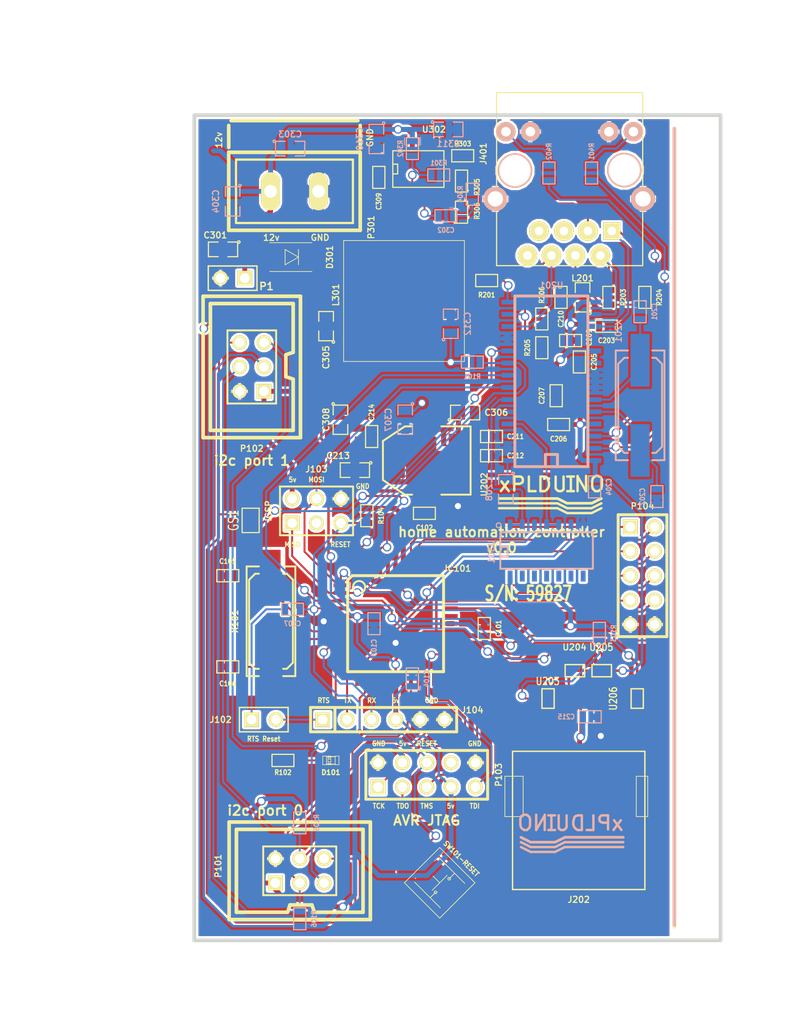
<source format=kicad_pcb>
(kicad_pcb (version 3) (host pcbnew "(2012-nov-02)-testing")
  (title_block (title "Short Main Board - SMB controller") (rev 0) (company "XPLDUINO project") (comment 1 "GNU GPL v2") (comment 2 "Domotic Open Source "))
  (layers (15 Dessus mixed) (0 Dessous mixed))
  (net 0 "")
  (net 1 +12V)
  (net 2 +3.3V)
  (net 3 +5V)
  (net 4 /ADC0)
  (net 5 /ADC1)
  (net 6 /ADC2)
  (net 7 /ADC3)
  (net 8 /ADC4)
  (net 9 /ADC5)
  (net 10 /ADC6)
  (net 11 /ADC7)
  (net 12 /INT_I2C)
  (net 13 /RESET)
  (net 14 /SPARE)
  (net 15 CLK_33)
  (net 16 CS_33)
  (net 17 ETH_CS)
  (net 18 ETH_INT)
  (net 19 GND)
  (net 20 MISO_33)
  (net 21 MOSI_33)
  (net 22 N-000011)
  (net 23 N-000012)
  (net 24 N-000013)
  (net 25 N-000015)
  (net 26 N-000017)
  (net 27 N-000024)
  (net 28 N-000042)
  (net 29 N-000043)
  (net 30 N-000044)
  (net 31 N-000045)
  (net 32 N-000046)
  (net 33 N-000047)
  (net 34 N-000048)
  (net 35 N-000049)
  (net 36 N-000050)
  (net 37 N-000051)
  (net 38 N-000052)
  (net 39 N-000053)
  (net 40 N-000054)
  (net 41 N-000055)
  (net 42 N-000057)
  (net 43 N-000059)
  (net 44 N-000060)
  (net 45 N-000062)
  (net 46 N-000063)
  (net 47 N-000064)
  (net 48 N-000066)
  (net 49 N-000067)
  (net 50 N-000068)
  (net 51 N-000069)
  (net 52 RX)
  (net 53 SCL)
  (net 54 SDA)
  (net 55 SPI_CLK)
  (net 56 SPI_MISO)
  (net 57 SPI_MOSI)
  (net 58 TCK)
  (net 59 TDI)
  (net 60 TDO)
  (net 61 TMS)
  (net 62 TX)
  (net 63 uSD_CS)
  (module SOT353 (layer Dessus) (at 96.19996 160.79978)
    (fp_text reference U206)
    (fp_text value 74LVC1G126GW hide)
    (pad 1 smd rect (at -1.016 -0.635) (size 0.508 0.3048) (layers Dessus Dessus.Pate Dessus.Masque) (net 3 +5V))
    (pad 3 smd rect (at -1.016 0.635) (size 0.508 0.3048) (layers Dessus Dessus.Pate Dessus.Masque) (net 19 GND))
    (pad 5 smd rect (at 1.016 -0.635) (size 0.508 0.3048) (layers Dessus Dessus.Pate Dessus.Masque) (net 3 +5V))
    (pad 2 smd rect (at -1.016 0) (size 0.508 0.3048) (layers Dessus Dessus.Pate Dessus.Masque) (net 20 MISO_33))
    (pad 4 smd rect (at 1.016 0.635) (size 0.508 0.3048) (layers Dessus Dessus.Pate Dessus.Masque) (net 56 SPI_MISO))
  )
  (module SOT353 (layer Dessus) (at 92.49918 157.8991 270)
    (fp_text reference U205)
    (fp_text value 74LVC1G126GW hide)
    (pad 1 smd rect (at -1.016 -0.635 270) (size 0.508 0.3048) (layers Dessus Dessus.Pate Dessus.Masque) (net 2 +3.3V))
    (pad 3 smd rect (at -1.016 0.635 270) (size 0.508 0.3048) (layers Dessus Dessus.Pate Dessus.Masque) (net 19 GND))
    (pad 5 smd rect (at 1.016 -0.635 270) (size 0.508 0.3048) (layers Dessus Dessus.Pate Dessus.Masque) (net 2 +3.3V))
    (pad 2 smd rect (at -1.016 0 270) (size 0.508 0.3048) (layers Dessus Dessus.Pate Dessus.Masque) (net 55 SPI_CLK))
    (pad 4 smd rect (at 1.016 0.635 270) (size 0.508 0.3048) (layers Dessus Dessus.Pate Dessus.Masque) (net 15 CLK_33))
  )
  (module SOT353 (layer Dessus) (at 89.7001 157.8991 270)
    (fp_text reference U204)
    (fp_text value 74LVC1G126GW hide)
    (pad 1 smd rect (at -1.016 -0.635 270) (size 0.508 0.3048) (layers Dessus Dessus.Pate Dessus.Masque) (net 2 +3.3V))
    (pad 3 smd rect (at -1.016 0.635 270) (size 0.508 0.3048) (layers Dessus Dessus.Pate Dessus.Masque) (net 19 GND))
    (pad 5 smd rect (at 1.016 -0.635 270) (size 0.508 0.3048) (layers Dessus Dessus.Pate Dessus.Masque) (net 2 +3.3V))
    (pad 2 smd rect (at -1.016 0 270) (size 0.508 0.3048) (layers Dessus Dessus.Pate Dessus.Masque) (net 57 SPI_MOSI))
    (pad 4 smd rect (at 1.016 0.635 270) (size 0.508 0.3048) (layers Dessus Dessus.Pate Dessus.Masque) (net 21 MOSI_33))
  )
  (module SOT353 (layer Dessus) (at 86.90102 160.79978)
    (fp_text reference U203)
    (fp_text value 74LVC1G126GW hide)
    (pad 1 smd rect (at -1.016 -0.635) (size 0.508 0.3048) (layers Dessus Dessus.Pate Dessus.Masque) (net 2 +3.3V))
    (pad 3 smd rect (at -1.016 0.635) (size 0.508 0.3048) (layers Dessus Dessus.Pate Dessus.Masque) (net 19 GND))
    (pad 5 smd rect (at 1.016 -0.635) (size 0.508 0.3048) (layers Dessus Dessus.Pate Dessus.Masque) (net 2 +3.3V))
    (pad 2 smd rect (at -1.016 0) (size 0.508 0.3048) (layers Dessus Dessus.Pate Dessus.Masque) (net 63 uSD_CS))
    (pad 4 smd rect (at 1.016 0.635) (size 0.508 0.3048) (layers Dessus Dessus.Pate Dessus.Masque) (net 16 CS_33))
  )
  (module SM0805 (layer Dessus) (at 52.99964 114.00028 180)
    (fp_text reference C301)
    (fp_text value 1uF hide)
    (pad 1 smd rect (at -0.9525 0 180) (size 0.889 1.397) (layers Dessus Dessus.Pate Dessus.Masque) (net 1 +12V))
    (pad 2 smd rect (at 0.9525 0 180) (size 0.889 1.397) (layers Dessus Dessus.Pate Dessus.Masque) (net 19 GND))
  )
  (module SM0805 (layer Dessus) (at 66.7512 136.99998 180)
    (fp_text reference C213)
    (fp_text value 10uF hide)
    (pad 1 smd rect (at -0.9525 0 180) (size 0.889 1.397) (layers Dessus Dessus.Pate Dessus.Masque) (net 2 +3.3V))
    (pad 2 smd rect (at 0.9525 0 180) (size 0.889 1.397) (layers Dessus Dessus.Pate Dessus.Masque) (net 19 GND))
  )
  (module SM0805 (layer Dessous) (at 59.99988 103.49992)
    (fp_text reference C303)
    (fp_text value 1uF hide)
    (pad 1 smd rect (at -0.9525 0) (size 0.889 1.397) (layers Dessous Dessous.Pate Dessous.Masque) (net 1 +12V))
    (pad 2 smd rect (at 0.9525 0) (size 0.889 1.397) (layers Dessous Dessous.Pate Dessous.Masque) (net 19 GND))
  )
  (module SM0805 (layer Dessous) (at 54.0004 108.99902 270)
    (fp_text reference C304)
    (fp_text value 1uF hide)
    (pad 1 smd rect (at -0.9525 0 270) (size 0.889 1.397) (layers Dessous Dessous.Pate Dessous.Masque) (net 1 +12V))
    (pad 2 smd rect (at 0.9525 0 270) (size 0.889 1.397) (layers Dessous Dessous.Pate Dessous.Masque) (net 19 GND))
  )
  (module SM0805 (layer Dessous) (at 82.4992 138.99896 270)
    (fp_text reference C208)
    (fp_text value 10uF hide)
    (pad 1 smd rect (at -0.9525 0 270) (size 0.889 1.397) (layers Dessous Dessous.Pate Dessous.Masque) (net 29 N-000043))
    (pad 2 smd rect (at 0.9525 0 270) (size 0.889 1.397) (layers Dessous Dessous.Pate Dessous.Masque) (net 19 GND))
  )
  (module SM0805 (layer Dessus) (at 63.74892 121.99874 90)
    (fp_text reference C305)
    (fp_text value 4.7uF hide)
    (pad 1 smd rect (at -0.9525 0 90) (size 0.889 1.397) (layers Dessus Dessus.Pate Dessus.Masque) (net 3 +5V))
    (pad 2 smd rect (at 0.9525 0 90) (size 0.889 1.397) (layers Dessus Dessus.Pate Dessus.Masque) (net 19 GND))
  )
  (module SM0805 (layer Dessus) (at 78.24978 131.0005)
    (fp_text reference C306)
    (fp_text value 4.7uF hide)
    (pad 1 smd rect (at -0.9525 0) (size 0.889 1.397) (layers Dessus Dessus.Pate Dessus.Masque) (net 3 +5V))
    (pad 2 smd rect (at 0.9525 0) (size 0.889 1.397) (layers Dessus Dessus.Pate Dessus.Masque) (net 19 GND))
  )
  (module SM0805 (layer Dessous) (at 71.99884 131.7498 270)
    (fp_text reference C307)
    (fp_text value 4.7uF hide)
    (pad 1 smd rect (at -0.9525 0 270) (size 0.889 1.397) (layers Dessous Dessous.Pate Dessous.Masque) (net 3 +5V))
    (pad 2 smd rect (at 0.9525 0 270) (size 0.889 1.397) (layers Dessous Dessous.Pate Dessous.Masque) (net 19 GND))
  )
  (module SM0805 (layer Dessus) (at 65.25006 131.7498 270)
    (fp_text reference C308)
    (fp_text value 4.7uF hide)
    (pad 1 smd rect (at -0.9525 0 270) (size 0.889 1.397) (layers Dessus Dessus.Pate Dessus.Masque) (net 3 +5V))
    (pad 2 smd rect (at 0.9525 0 270) (size 0.889 1.397) (layers Dessus Dessus.Pate Dessus.Masque) (net 19 GND))
  )
  (module SM0805 (layer Dessous) (at 68.9991 102.49916 270)
    (fp_text reference C310)
    (fp_text value 1uF hide)
    (pad 1 smd rect (at -0.9525 0 270) (size 0.889 1.397) (layers Dessous Dessous.Pate Dessous.Masque) (net 1 +12V))
    (pad 2 smd rect (at 0.9525 0 270) (size 0.889 1.397) (layers Dessous Dessous.Pate Dessous.Masque) (net 19 GND))
  )
  (module SM0805 (layer Dessous) (at 76.49972 101.50094)
    (fp_text reference C311)
    (fp_text value 1uF hide)
    (pad 1 smd rect (at -0.9525 0) (size 0.889 1.397) (layers Dessous Dessous.Pate Dessous.Masque) (net 1 +12V))
    (pad 2 smd rect (at 0.9525 0) (size 0.889 1.397) (layers Dessous Dessous.Pate Dessous.Masque) (net 19 GND))
  )
  (module SM0805 (layer Dessous) (at 76.75118 121.74982 90)
    (fp_text reference C312)
    (fp_text value 4.7uF hide)
    (pad 1 smd rect (at -0.9525 0 90) (size 0.889 1.397) (layers Dessous Dessous.Pate Dessous.Masque) (net 3 +5V))
    (pad 2 smd rect (at 0.9525 0 90) (size 0.889 1.397) (layers Dessous Dessous.Pate Dessous.Masque) (net 19 GND))
  )
  (module SM0603 (layer Dessous) (at 61.00064 183.75122 90)
    (fp_text reference R106)
    (fp_text value R hide)
    (pad 1 smd rect (at -0.762 0 90) (size 0.635 1.143) (layers Dessous Dessous.Pate Dessous.Masque) (net 3 +5V))
    (pad 2 smd rect (at 0.762 0 90) (size 0.635 1.143) (layers Dessous Dessous.Pate Dessous.Masque) (net 53 SCL))
  )
  (module SM0603 (layer Dessous) (at 92.25026 154.0002 270)
    (fp_text reference R103)
    (fp_text value 10k hide)
    (pad 1 smd rect (at -0.762 0 270) (size 0.635 1.143) (layers Dessous Dessous.Pate Dessous.Masque) (net 3 +5V))
    (pad 2 smd rect (at 0.762 0 270) (size 0.635 1.143) (layers Dessous Dessous.Pate Dessous.Masque) (net 63 uSD_CS))
  )
  (module SM0603 (layer Dessus) (at 59.25058 167.24884 180)
    (fp_text reference R102)
    (fp_text value 3.3kR hide)
    (pad 1 smd rect (at -0.762 0 180) (size 0.635 1.143) (layers Dessus Dessus.Pate Dessus.Masque) (net 22 N-000011))
    (pad 2 smd rect (at 0.762 0 180) (size 0.635 1.143) (layers Dessus Dessus.Pate Dessus.Masque) (net 19 GND))
  )
  (module SM0603 (layer Dessous) (at 78.99908 125.75032)
    (fp_text reference R101)
    (fp_text value 10k hide)
    (pad 1 smd rect (at -0.762 0) (size 0.635 1.143) (layers Dessous Dessous.Pate Dessous.Masque) (net 3 +5V))
    (pad 2 smd rect (at 0.762 0) (size 0.635 1.143) (layers Dessous Dessous.Pate Dessous.Masque) (net 17 ETH_CS))
  )
  (module SM0603 (layer Dessus) (at 68.00088 141.74978 270)
    (fp_text reference R104)
    (fp_text value 10k hide)
    (pad 1 smd rect (at -0.762 0 270) (size 0.635 1.143) (layers Dessus Dessus.Pate Dessus.Masque) (net 3 +5V))
    (pad 2 smd rect (at 0.762 0 270) (size 0.635 1.143) (layers Dessus Dessus.Pate Dessus.Masque) (net 13 /RESET))
  )
  (module SM0603 (layer Dessous) (at 61.00064 173.75124 270)
    (fp_text reference R105)
    (fp_text value R hide)
    (pad 1 smd rect (at -0.762 0 270) (size 0.635 1.143) (layers Dessous Dessous.Pate Dessous.Masque) (net 3 +5V))
    (pad 2 smd rect (at 0.762 0 270) (size 0.635 1.143) (layers Dessous Dessous.Pate Dessous.Masque) (net 54 SDA))
  )
  (module SM0603 (layer Dessus) (at 80.24876 153.49982 90)
    (fp_text reference C101)
    (fp_text value 0.1uF hide)
    (pad 1 smd rect (at -0.762 0 90) (size 0.635 1.143) (layers Dessus Dessus.Pate Dessus.Masque) (net 3 +5V))
    (pad 2 smd rect (at 0.762 0 90) (size 0.635 1.143) (layers Dessus Dessus.Pate Dessus.Masque) (net 19 GND))
  )
  (module SM0603 (layer Dessus) (at 80.50022 117.24894 180)
    (fp_text reference R201)
    (fp_text value 2k7 hide)
    (pad 1 smd rect (at -0.762 0 180) (size 0.635 1.143) (layers Dessus Dessus.Pate Dessus.Masque) (net 42 N-000057))
    (pad 2 smd rect (at 0.762 0 180) (size 0.635 1.143) (layers Dessus Dessus.Pate Dessus.Masque) (net 19 GND))
  )
  (module SM0603 (layer Dessus) (at 93.25102 118.999 90)
    (fp_text reference R203)
    (fp_text value 50 hide)
    (pad 1 smd rect (at -0.762 0 90) (size 0.635 1.143) (layers Dessus Dessus.Pate Dessus.Masque) (net 32 N-000046))
    (pad 2 smd rect (at 0.762 0 90) (size 0.635 1.143) (layers Dessus Dessus.Pate Dessus.Masque) (net 36 N-000050))
  )
  (module SM0603 (layer Dessus) (at 97.00006 118.999 90)
    (fp_text reference R204)
    (fp_text value 50 hide)
    (pad 1 smd rect (at -0.762 0 90) (size 0.635 1.143) (layers Dessus Dessus.Pate Dessus.Masque) (net 32 N-000046))
    (pad 2 smd rect (at 0.762 0 90) (size 0.635 1.143) (layers Dessus Dessus.Pate Dessus.Masque) (net 33 N-000047))
  )
  (module SM0603 (layer Dessus) (at 86.25078 124.24918 90)
    (fp_text reference R205)
    (fp_text value 50 hide)
    (pad 1 smd rect (at -0.762 0 90) (size 0.635 1.143) (layers Dessus Dessus.Pate Dessus.Masque) (net 39 N-000053))
    (pad 2 smd rect (at 0.762 0 90) (size 0.635 1.143) (layers Dessus Dessus.Pate Dessus.Masque) (net 40 N-000054))
  )
  (module SM0603 (layer Dessus) (at 86.25078 121.24944 270)
    (fp_text reference R206)
    (fp_text value 50 hide)
    (pad 1 smd rect (at -0.762 0 270) (size 0.635 1.143) (layers Dessus Dessus.Pate Dessus.Masque) (net 34 N-000048))
    (pad 2 smd rect (at 0.762 0 270) (size 0.635 1.143) (layers Dessus Dessus.Pate Dessus.Masque) (net 40 N-000054))
  )
  (module SM0603 (layer Dessous) (at 75.49896 106.25074)
    (fp_text reference R301)
    (fp_text value 17.4k hide)
    (pad 1 smd rect (at -0.762 0) (size 0.635 1.143) (layers Dessous Dessous.Pate Dessous.Masque) (net 51 N-000069))
    (pad 2 smd rect (at 0.762 0) (size 0.635 1.143) (layers Dessous Dessous.Pate Dessous.Masque) (net 19 GND))
  )
  (module SM0603 (layer Dessous) (at 72.75068 103.49992 270)
    (fp_text reference R302)
    (fp_text value 100k hide)
    (pad 1 smd rect (at -0.762 0 270) (size 0.635 1.143) (layers Dessous Dessous.Pate Dessous.Masque) (net 1 +12V))
    (pad 2 smd rect (at 0.762 0 270) (size 0.635 1.143) (layers Dessous Dessous.Pate Dessous.Masque) (net 51 N-000069))
  )
  (module SM0603 (layer Dessus) (at 78.00086 104.24922)
    (fp_text reference R303)
    (fp_text value 200k hide)
    (pad 1 smd rect (at -0.762 0) (size 0.635 1.143) (layers Dessus Dessus.Pate Dessus.Masque) (net 48 N-000066))
    (pad 2 smd rect (at 0.762 0) (size 0.635 1.143) (layers Dessus Dessus.Pate Dessus.Masque) (net 19 GND))
  )
  (module SM0603 (layer Dessous) (at 78.99908 108.24972 90)
    (fp_text reference R304)
    (fp_text value 158k hide)
    (pad 1 smd rect (at -0.762 0 90) (size 0.635 1.143) (layers Dessous Dessous.Pate Dessous.Masque) (net 46 N-000063))
    (pad 2 smd rect (at 0.762 0 90) (size 0.635 1.143) (layers Dessous Dessous.Pate Dessous.Masque) (net 19 GND))
  )
  (module SM0603 (layer Dessus) (at 77.8764 106.88066 90)
    (fp_text reference R305)
    (fp_text value 40.2k hide)
    (pad 1 smd rect (at -0.762 0 90) (size 0.635 1.143) (layers Dessus Dessus.Pate Dessus.Masque) (net 49 N-000067))
    (pad 2 smd rect (at 0.762 0 90) (size 0.635 1.143) (layers Dessus Dessus.Pate Dessus.Masque) (net 19 GND))
  )
  (module SM0603 (layer Dessus) (at 77.8764 110.12932 270)
    (fp_text reference R306)
    (fp_text value 210k hide)
    (pad 1 smd rect (at -0.762 0 270) (size 0.635 1.143) (layers Dessus Dessus.Pate Dessus.Masque) (net 49 N-000067))
    (pad 2 smd rect (at 0.762 0 270) (size 0.635 1.143) (layers Dessus Dessus.Pate Dessus.Masque) (net 3 +5V))
  )
  (module SM0603 (layer Dessous) (at 91.3003 162.6997 180)
    (fp_text reference C215)
    (fp_text value 0.1uF hide)
    (pad 1 smd rect (at -0.762 0 180) (size 0.635 1.143) (layers Dessous Dessous.Pate Dessous.Masque) (net 19 GND))
    (pad 2 smd rect (at 0.762 0 180) (size 0.635 1.143) (layers Dessous Dessous.Pate Dessous.Masque) (net 2 +3.3V))
  )
  (module SM0603 (layer Dessous) (at 98.24974 139.7508 270)
    (fp_text reference C202)
    (fp_text value 18pF hide)
    (pad 1 smd rect (at -0.762 0 270) (size 0.635 1.143) (layers Dessous Dessous.Pate Dessous.Masque) (net 43 N-000059))
    (pad 2 smd rect (at 0.762 0 270) (size 0.635 1.143) (layers Dessous Dessous.Pate Dessous.Masque) (net 19 GND))
  )
  (module SM0603 (layer Dessus) (at 92.99956 121.99874 180)
    (fp_text reference C203)
    (fp_text value 0.1uF hide)
    (pad 1 smd rect (at -0.762 0 180) (size 0.635 1.143) (layers Dessus Dessus.Pate Dessus.Masque) (net 19 GND))
    (pad 2 smd rect (at 0.762 0 180) (size 0.635 1.143) (layers Dessus Dessus.Pate Dessus.Masque) (net 2 +3.3V))
  )
  (module SM0603 (layer Dessous) (at 91.74988 138.75004 90)
    (fp_text reference C204)
    (fp_text value 0.1uF hide)
    (pad 1 smd rect (at -0.762 0 90) (size 0.635 1.143) (layers Dessous Dessous.Pate Dessous.Masque) (net 19 GND))
    (pad 2 smd rect (at 0.762 0 90) (size 0.635 1.143) (layers Dessous Dessous.Pate Dessous.Masque) (net 2 +3.3V))
  )
  (module SM0603 (layer Dessus) (at 90.17 125.73 90)
    (fp_text reference C205)
    (fp_text value 0.1uF hide)
    (pad 1 smd rect (at -0.762 0 90) (size 0.635 1.143) (layers Dessus Dessus.Pate Dessus.Masque) (net 2 +3.3V))
    (pad 2 smd rect (at 0.762 0 90) (size 0.635 1.143) (layers Dessus Dessus.Pate Dessus.Masque) (net 19 GND))
  )
  (module SM0603 (layer Dessus) (at 88.00084 132.25018 180)
    (fp_text reference C206)
    (fp_text value 0.1uF hide)
    (pad 1 smd rect (at -0.762 0 180) (size 0.635 1.143) (layers Dessus Dessus.Pate Dessus.Masque) (net 2 +3.3V))
    (pad 2 smd rect (at 0.762 0 180) (size 0.635 1.143) (layers Dessus Dessus.Pate Dessus.Masque) (net 19 GND))
  )
  (module SM0603 (layer Dessus) (at 87.74938 129.25044 270)
    (fp_text reference C207)
    (fp_text value 0.1uF hide)
    (pad 1 smd rect (at -0.762 0 270) (size 0.635 1.143) (layers Dessus Dessus.Pate Dessus.Masque) (net 2 +3.3V))
    (pad 2 smd rect (at 0.762 0 270) (size 0.635 1.143) (layers Dessus Dessus.Pate Dessus.Masque) (net 19 GND))
  )
  (module SM0603 (layer Dessus) (at 89.25052 123.49988)
    (fp_text reference C209)
    (fp_text value 100nF hide)
    (pad 1 smd rect (at -0.762 0) (size 0.635 1.143) (layers Dessus Dessus.Pate Dessus.Masque) (net 40 N-000054))
    (pad 2 smd rect (at 0.762 0) (size 0.635 1.143) (layers Dessus Dessus.Pate Dessus.Masque) (net 19 GND))
  )
  (module SM0603 (layer Dessus) (at 88.24976 118.999 270)
    (fp_text reference C210)
    (fp_text value 100nF hide)
    (pad 1 smd rect (at -0.762 0 270) (size 0.635 1.143) (layers Dessus Dessus.Pate Dessus.Masque) (net 32 N-000046))
    (pad 2 smd rect (at 0.762 0 270) (size 0.635 1.143) (layers Dessus Dessus.Pate Dessus.Masque) (net 19 GND))
  )
  (module SM0603 (layer Dessus) (at 81.0006 133.49986)
    (fp_text reference C211)
    (fp_text value 10nF hide)
    (pad 1 smd rect (at -0.762 0) (size 0.635 1.143) (layers Dessus Dessus.Pate Dessus.Masque) (net 3 +5V))
    (pad 2 smd rect (at 0.762 0) (size 0.635 1.143) (layers Dessus Dessus.Pate Dessus.Masque) (net 19 GND))
  )
  (module SM0603 (layer Dessus) (at 81.0006 135.49884)
    (fp_text reference C212)
    (fp_text value 100nF hide)
    (pad 1 smd rect (at -0.762 0) (size 0.635 1.143) (layers Dessus Dessus.Pate Dessus.Masque) (net 3 +5V))
    (pad 2 smd rect (at 0.762 0) (size 0.635 1.143) (layers Dessus Dessus.Pate Dessus.Masque) (net 19 GND))
  )
  (module SM0603 (layer Dessus) (at 68.50126 133.49986 90)
    (fp_text reference C214)
    (fp_text value 100nF hide)
    (pad 1 smd rect (at -0.762 0 90) (size 0.635 1.143) (layers Dessus Dessus.Pate Dessus.Masque) (net 2 +3.3V))
    (pad 2 smd rect (at 0.762 0 90) (size 0.635 1.143) (layers Dessus Dessus.Pate Dessus.Masque) (net 19 GND))
  )
  (module SM0603 (layer Dessous) (at 76.2508 110.50016)
    (fp_text reference C302)
    (fp_text value 150pF hide)
    (pad 1 smd rect (at -0.762 0) (size 0.635 1.143) (layers Dessous Dessous.Pate Dessous.Masque) (net 50 N-000068))
    (pad 2 smd rect (at 0.762 0) (size 0.635 1.143) (layers Dessous Dessous.Pate Dessous.Masque) (net 46 N-000063))
  )
  (module SM0603 (layer Dessus) (at 69.25056 106.49966 270)
    (fp_text reference C309)
    (fp_text value 100nF hide)
    (pad 1 smd rect (at -0.762 0 270) (size 0.635 1.143) (layers Dessus Dessus.Pate Dessus.Masque) (net 47 N-000064))
    (pad 2 smd rect (at 0.762 0 270) (size 0.635 1.143) (layers Dessus Dessus.Pate Dessus.Masque) (net 45 N-000062))
  )
  (module SM0603 (layer Dessus) (at 53.50002 148.00072 180)
    (fp_text reference C105)
    (fp_text value 18pF hide)
    (pad 1 smd rect (at -0.762 0 180) (size 0.635 1.143) (layers Dessus Dessus.Pate Dessus.Masque) (net 26 N-000017))
    (pad 2 smd rect (at 0.762 0 180) (size 0.635 1.143) (layers Dessus Dessus.Pate Dessus.Masque) (net 19 GND))
  )
  (module SM0603 (layer Dessous) (at 72.75068 158.75 270)
    (fp_text reference C104)
    (fp_text value 0.1uF hide)
    (pad 1 smd rect (at -0.762 0 270) (size 0.635 1.143) (layers Dessous Dessous.Pate Dessous.Masque) (net 19 GND))
    (pad 2 smd rect (at 0.762 0 270) (size 0.635 1.143) (layers Dessous Dessous.Pate Dessous.Masque) (net 3 +5V))
  )
  (module SM0603 (layer Dessous) (at 68.75018 152.99944 270)
    (fp_text reference C103)
    (fp_text value 0.1uF hide)
    (pad 1 smd rect (at -0.762 0 270) (size 0.635 1.143) (layers Dessous Dessous.Pate Dessous.Masque) (net 3 +5V))
    (pad 2 smd rect (at 0.762 0 270) (size 0.635 1.143) (layers Dessous Dessous.Pate Dessous.Masque) (net 19 GND))
  )
  (module SM0603 (layer Dessus) (at 74.00036 141.50086)
    (fp_text reference C102)
    (fp_text value 0.1uF hide)
    (pad 1 smd rect (at -0.762 0) (size 0.635 1.143) (layers Dessus Dessus.Pate Dessus.Masque) (net 3 +5V))
    (pad 2 smd rect (at 0.762 0) (size 0.635 1.143) (layers Dessus Dessus.Pate Dessus.Masque) (net 19 GND))
  )
  (module SM0603 (layer Dessous) (at 96.49968 120.50014 90)
    (fp_text reference C201)
    (fp_text value 18pF hide)
    (pad 1 smd rect (at -0.762 0 90) (size 0.635 1.143) (layers Dessous Dessous.Pate Dessous.Masque) (net 44 N-000060))
    (pad 2 smd rect (at 0.762 0 90) (size 0.635 1.143) (layers Dessous Dessous.Pate Dessous.Masque) (net 19 GND))
  )
  (module SM0603 (layer Dessous) (at 60.2488 151.50084)
    (fp_text reference C107)
    (fp_text value 0.1uF hide)
    (pad 1 smd rect (at -0.762 0) (size 0.635 1.143) (layers Dessous Dessous.Pate Dessous.Masque) (net 24 N-000013))
    (pad 2 smd rect (at 0.762 0) (size 0.635 1.143) (layers Dessous Dessous.Pate Dessous.Masque) (net 13 /RESET))
  )
  (module SM0603 (layer Dessus) (at 53.50002 157.50032 180)
    (fp_text reference C106)
    (fp_text value 18pF hide)
    (pad 1 smd rect (at -0.762 0 180) (size 0.635 1.143) (layers Dessus Dessus.Pate Dessus.Masque) (net 28 N-000042))
    (pad 2 smd rect (at 0.762 0 180) (size 0.635 1.143) (layers Dessus Dessus.Pate Dessus.Masque) (net 19 GND))
  )
  (module LED-0603 (layer Dessus) (at 64.2493 167.24884 180)
    (fp_text reference D101)
    (fp_text value LED hide)
    (pad 1 smd rect (at -0.7493 0 180) (size 0.79756 0.79756) (layers Dessus Dessus.Pate Dessus.Masque) (net 27 N-000024))
    (pad 2 smd rect (at 0.7493 0 180) (size 0.79756 0.79756) (layers Dessus Dessus.Pate Dessus.Masque) (net 22 N-000011))
  )
  (module SO8E (layer Dessus) (at 73.37552 105.62844)
    (fp_text reference U302)
    (fp_text value MP2562DS hide)
    (pad 8 smd rect (at -1.905 -2.667) (size 0.508 1.143) (layers Dessus Dessus.Pate Dessus.Masque) (net 47 N-000064))
    (pad 1 smd rect (at -1.905 2.667) (size 0.508 1.143) (layers Dessus Dessus.Pate Dessus.Masque) (net 45 N-000062))
    (pad 7 smd rect (at -0.635 -2.667) (size 0.508 1.143) (layers Dessus Dessus.Pate Dessus.Masque) (net 1 +12V))
    (pad 6 smd rect (at 0.635 -2.667) (size 0.508 1.143) (layers Dessus Dessus.Pate Dessus.Masque) (net 48 N-000066))
    (pad 5 smd rect (at 1.905 -2.667) (size 0.508 1.143) (layers Dessus Dessus.Pate Dessus.Masque) (net 19 GND))
    (pad 2 smd rect (at -0.635 2.667) (size 0.508 1.143) (layers Dessus Dessus.Pate Dessus.Masque) (net 51 N-000069))
    (pad 3 smd rect (at 0.635 2.667) (size 0.508 1.143) (layers Dessus Dessus.Pate Dessus.Masque) (net 50 N-000068))
    (pad 4 smd rect (at 1.905 2.667) (size 0.508 1.143) (layers Dessus Dessus.Pate Dessus.Masque) (net 49 N-000067))
  )
  (module DM3CS-SF (layer Dessus) (at 90.09888 173.49978 180)
    (fp_text reference J202)
    (fp_text value USD_CONN hide)
    (pad 1 smd rect (at 3.2004 6.4008 180) (size 0.70104 1.50114) (layers Dessus Dessus.Pate Dessus.Masque))
    (pad 2 smd rect (at 2.10058 6.4008 180) (size 0.70104 1.50114) (layers Dessus Dessus.Pate Dessus.Masque) (net 16 CS_33))
    (pad 3 smd rect (at 1.00076 6.4008 180) (size 0.70104 1.50114) (layers Dessus Dessus.Pate Dessus.Masque) (net 21 MOSI_33))
    (pad 4 smd rect (at -0.09906 6.4008 180) (size 0.70104 1.50114) (layers Dessus Dessus.Pate Dessus.Masque) (net 2 +3.3V))
    (pad 5 smd rect (at -1.19888 6.4008 180) (size 0.70104 1.50114) (layers Dessus Dessus.Pate Dessus.Masque) (net 15 CLK_33))
    (pad 6 smd rect (at -2.30124 6.4008 180) (size 0.70104 1.50114) (layers Dessus Dessus.Pate Dessus.Masque) (net 19 GND))
    (pad 7 smd rect (at -3.40106 6.4008 180) (size 0.70104 1.50114) (layers Dessus Dessus.Pate Dessus.Masque) (net 20 MISO_33))
    (pad 8 smd rect (at -4.50088 6.4008 180) (size 0.70104 1.50114) (layers Dessus Dessus.Pate Dessus.Masque))
    (pad 0 smd rect (at 6.70052 6.20014 180) (size 1.50114 2.60096) (layers Dessus Dessus.Pate Dessus.Masque))
    (pad 0 smd rect (at -6.59892 6.20014 180) (size 1.00076 2.60096) (layers Dessus Dessus.Pate Dessus.Masque))
    (pad 0 smd rect (at 4.20116 -6.70052 180) (size 1.19888 1.19888) (layers Dessus Dessus.Pate Dessus.Masque))
  )
  (module TQFP44 (layer Dessus) (at 71.00062 152.99944)
    (fp_text reference IC101)
    (fp_text value ATMEGA1284-A hide)
    (pad 39 smd rect (at 0 -5.715) (size 0.4064 1.524) (layers Dessus Dessus.Pate Dessus.Masque) (net 19 GND))
    (pad 40 smd rect (at -0.8001 -5.715) (size 0.4064 1.524) (layers Dessus Dessus.Pate Dessus.Masque))
    (pad 41 smd rect (at -1.6002 -5.715) (size 0.4064 1.524) (layers Dessus Dessus.Pate Dessus.Masque))
    (pad 42 smd rect (at -2.4003 -5.715) (size 0.4064 1.524) (layers Dessus Dessus.Pate Dessus.Masque) (net 25 N-000015))
    (pad 43 smd rect (at -3.2004 -5.715) (size 0.4064 1.524) (layers Dessus Dessus.Pate Dessus.Masque) (net 63 uSD_CS))
    (pad 44 smd rect (at -4.0005 -5.715) (size 0.4064 1.524) (layers Dessus Dessus.Pate Dessus.Masque) (net 17 ETH_CS))
    (pad 38 smd rect (at 0.8001 -5.715) (size 0.4064 1.524) (layers Dessus Dessus.Pate Dessus.Masque) (net 3 +5V))
    (pad 37 smd rect (at 1.6002 -5.715) (size 0.4064 1.524) (layers Dessus Dessus.Pate Dessus.Masque) (net 4 /ADC0))
    (pad 36 smd rect (at 2.4003 -5.715) (size 0.4064 1.524) (layers Dessus Dessus.Pate Dessus.Masque) (net 5 /ADC1))
    (pad 35 smd rect (at 3.2004 -5.715) (size 0.4064 1.524) (layers Dessus Dessus.Pate Dessus.Masque) (net 6 /ADC2))
    (pad 34 smd rect (at 4.0005 -5.715) (size 0.4064 1.524) (layers Dessus Dessus.Pate Dessus.Masque) (net 7 /ADC3))
    (pad 17 smd rect (at 0 5.715) (size 0.4064 1.524) (layers Dessus Dessus.Pate Dessus.Masque) (net 3 +5V))
    (pad 16 smd rect (at -0.8001 5.715) (size 0.4064 1.524) (layers Dessus Dessus.Pate Dessus.Masque))
    (pad 15 smd rect (at -1.6002 5.715) (size 0.4064 1.524) (layers Dessus Dessus.Pate Dessus.Masque))
    (pad 14 smd rect (at -2.4003 5.715) (size 0.4064 1.524) (layers Dessus Dessus.Pate Dessus.Masque))
    (pad 13 smd rect (at -3.2004 5.715) (size 0.4064 1.524) (layers Dessus Dessus.Pate Dessus.Masque) (net 27 N-000024))
    (pad 12 smd rect (at -4.0005 5.715) (size 0.4064 1.524) (layers Dessus Dessus.Pate Dessus.Masque) (net 18 ETH_INT))
    (pad 18 smd rect (at 0.8001 5.715) (size 0.4064 1.524) (layers Dessus Dessus.Pate Dessus.Masque) (net 19 GND))
    (pad 19 smd rect (at 1.6002 5.715) (size 0.4064 1.524) (layers Dessus Dessus.Pate Dessus.Masque) (net 53 SCL))
    (pad 20 smd rect (at 2.4003 5.715) (size 0.4064 1.524) (layers Dessus Dessus.Pate Dessus.Masque) (net 54 SDA))
    (pad 21 smd rect (at 3.2004 5.715) (size 0.4064 1.524) (layers Dessus Dessus.Pate Dessus.Masque) (net 58 TCK))
    (pad 22 smd rect (at 4.0005 5.715) (size 0.4064 1.524) (layers Dessus Dessus.Pate Dessus.Masque) (net 61 TMS))
    (pad 6 smd rect (at -5.715 0) (size 1.524 0.4064) (layers Dessus Dessus.Pate Dessus.Masque) (net 19 GND))
    (pad 28 smd rect (at 5.715 0) (size 1.524 0.4064) (layers Dessus Dessus.Pate Dessus.Masque) (net 19 GND))
    (pad 7 smd rect (at -5.715 0.8001) (size 1.524 0.4064) (layers Dessus Dessus.Pate Dessus.Masque) (net 26 N-000017))
    (pad 27 smd rect (at 5.715 0.8001) (size 1.524 0.4064) (layers Dessus Dessus.Pate Dessus.Masque) (net 3 +5V))
    (pad 26 smd rect (at 5.715 1.6002) (size 1.524 0.4064) (layers Dessus Dessus.Pate Dessus.Masque))
    (pad 8 smd rect (at -5.715 1.6002) (size 1.524 0.4064) (layers Dessus Dessus.Pate Dessus.Masque) (net 28 N-000042))
    (pad 9 smd rect (at -5.715 2.4003) (size 1.524 0.4064) (layers Dessus Dessus.Pate Dessus.Masque) (net 52 RX))
    (pad 25 smd rect (at 5.715 2.4003) (size 1.524 0.4064) (layers Dessus Dessus.Pate Dessus.Masque))
    (pad 24 smd rect (at 5.715 3.2004) (size 1.524 0.4064) (layers Dessus Dessus.Pate Dessus.Masque) (net 59 TDI))
    (pad 10 smd rect (at -5.715 3.2004) (size 1.524 0.4064) (layers Dessus Dessus.Pate Dessus.Masque) (net 62 TX))
    (pad 11 smd rect (at -5.715 4.0005) (size 1.524 0.4064) (layers Dessus Dessus.Pate Dessus.Masque) (net 12 /INT_I2C))
    (pad 23 smd rect (at 5.715 4.0005) (size 1.524 0.4064) (layers Dessus Dessus.Pate Dessus.Masque) (net 60 TDO))
    (pad 29 smd rect (at 5.715 -0.8001) (size 1.524 0.4064) (layers Dessus Dessus.Pate Dessus.Masque))
    (pad 5 smd rect (at -5.715 -0.8001) (size 1.524 0.4064) (layers Dessus Dessus.Pate Dessus.Masque) (net 3 +5V))
    (pad 4 smd rect (at -5.715 -1.6002) (size 1.524 0.4064) (layers Dessus Dessus.Pate Dessus.Masque) (net 13 /RESET))
    (pad 30 smd rect (at 5.715 -1.6002) (size 1.524 0.4064) (layers Dessus Dessus.Pate Dessus.Masque) (net 11 /ADC7))
    (pad 31 smd rect (at 5.715 -2.4003) (size 1.524 0.4064) (layers Dessus Dessus.Pate Dessus.Masque) (net 10 /ADC6))
    (pad 3 smd rect (at -5.715 -2.4003) (size 1.524 0.4064) (layers Dessus Dessus.Pate Dessus.Masque) (net 55 SPI_CLK))
    (pad 2 smd rect (at -5.715 -3.2004) (size 1.524 0.4064) (layers Dessus Dessus.Pate Dessus.Masque) (net 56 SPI_MISO))
    (pad 32 smd rect (at 5.715 -3.2004) (size 1.524 0.4064) (layers Dessus Dessus.Pate Dessus.Masque) (net 9 /ADC5))
    (pad 33 smd rect (at 5.715 -4.0005) (size 1.524 0.4064) (layers Dessus Dessus.Pate Dessus.Masque) (net 8 /ADC4))
    (pad 1 smd rect (at -5.715 -4.0005) (size 1.524 0.4064) (layers Dessus Dessus.Pate Dessus.Masque) (net 57 SPI_MOSI))
  )
  (module pin_array_3x2 (layer Dessus) (at 62.7507 141.2494)
    (fp_text reference J103)
    (fp_text value ICSP hide)
    (pad 1 thru_hole rect (at -2.54 1.27) (size 1.524 1.524) (drill 1.016) (layers *.Cu *.Mask Dessus.SilkS) (net 56 SPI_MISO))
    (pad 2 thru_hole circle (at -2.54 -1.27) (size 1.524 1.524) (drill 1.016) (layers *.Cu *.Mask Dessus.SilkS) (net 3 +5V))
    (pad 3 thru_hole circle (at 0 1.27) (size 1.524 1.524) (drill 1.016) (layers *.Cu *.Mask Dessus.SilkS))
    (pad 4 thru_hole circle (at 0 -1.27) (size 1.524 1.524) (drill 1.016) (layers *.Cu *.Mask Dessus.SilkS) (net 57 SPI_MOSI))
    (pad 5 thru_hole circle (at 2.54 1.27) (size 1.524 1.524) (drill 1.016) (layers *.Cu *.Mask Dessus.SilkS) (net 13 /RESET))
    (pad 6 thru_hole circle (at 2.54 -1.27) (size 1.524 1.524) (drill 1.016) (layers *.Cu *.Mask Dessus.SilkS) (net 19 GND))
  )
  (module PIN_ARRAY-6X1 (layer Dessus) (at 69.75094 162.99942)
    (fp_text reference J104)
    (fp_text value SERIAL_REV hide)
    (pad 1 thru_hole rect (at -6.35 0) (size 1.524 1.524) (drill 1.016) (layers *.Cu *.Mask Dessus.SilkS) (net 23 N-000012))
    (pad 2 thru_hole circle (at -3.81 0) (size 1.524 1.524) (drill 1.016) (layers *.Cu *.Mask Dessus.SilkS) (net 62 TX))
    (pad 3 thru_hole circle (at -1.27 0) (size 1.524 1.524) (drill 1.016) (layers *.Cu *.Mask Dessus.SilkS) (net 52 RX))
    (pad 4 thru_hole circle (at 1.27 0) (size 1.524 1.524) (drill 1.016) (layers *.Cu *.Mask Dessus.SilkS) (net 3 +5V))
    (pad 5 thru_hole circle (at 3.81 0) (size 1.524 1.524) (drill 1.016) (layers *.Cu *.Mask Dessus.SilkS) (net 19 GND))
    (pad 6 thru_hole circle (at 6.35 0) (size 1.524 1.524) (drill 1.016) (layers *.Cu *.Mask Dessus.SilkS) (net 19 GND))
  )
  (module MOL_CONN_2_VH (layer Dessus) (at 60.452 107.95 180)
    (fp_text reference P301)
    (fp_text value CONN_2 hide)
    (pad 1 thru_hole oval (at -2.5146 0 180) (size 1.9812 3.9624) (drill 1.3208) (layers *.Cu Dessus.Pate Dessus.SilkS Dessus.Masque) (net 19 GND))
    (pad 2 thru_hole oval (at 2.4892 0 180) (size 1.9812 3.9624) (drill 1.3208) (layers *.Cu Dessus.Pate Dessus.SilkS Dessus.Masque) (net 1 +12V))
  )
  (module B290-13-F (layer Dessus) (at 60.071 114.808)
    (fp_text reference D301)
    (fp_text value B280-13-F hide)
    (pad 1 smd rect (at -2.14884 0) (size 1.99898 2.30124) (layers Dessus Dessus.Pate Dessus.Masque) (net 19 GND))
    (pad 2 smd rect (at 2.14884 0) (size 1.99898 2.30124) (layers Dessus Dessus.Pate Dessus.Masque) (net 45 N-000062))
  )
  (module SRF1260-150M (layer Dessus) (at 71.87692 119.38)
    (fp_text reference L301)
    (fp_text value SRF1260-150M hide)
    (pad 1 smd rect (at 1.50114 -4.97586) (size 2.49936 3.85064) (layers Dessus Dessus.Pate Dessus.Masque) (net 45 N-000062))
    (pad 2 smd rect (at -1.50114 -4.97586) (size 2.49936 3.85064) (layers Dessus Dessus.Pate Dessus.Masque) (net 45 N-000062))
    (pad 3 smd rect (at -1.50114 4.97586) (size 2.49936 3.85064) (layers Dessus Dessus.Pate Dessus.Masque) (net 3 +5V))
    (pad 4 smd rect (at 1.50114 4.97586) (size 2.49936 3.85064) (layers Dessus Dessus.Pate Dessus.Masque) (net 3 +5V))
  )
  (module SO28 (layer Dessous) (at 87.249 127.7493 90)
    (fp_text reference U201)
    (fp_text value ENC28J60 hide)
    (pad 1 smd rect (at -8.255 -4.572 90) (size 0.508 1.27) (layers Dessous Dessous.Pate Dessous.Masque) (net 29 N-000043))
    (pad 2 smd rect (at -6.985 -4.572 90) (size 0.508 1.27) (layers Dessous Dessous.Pate Dessous.Masque) (net 19 GND))
    (pad 3 smd rect (at -5.715 -4.572 90) (size 0.508 1.27) (layers Dessous Dessous.Pate Dessous.Masque))
    (pad 4 smd rect (at -4.445 -4.572 90) (size 0.508 1.27) (layers Dessous Dessous.Pate Dessous.Masque) (net 41 N-000055))
    (pad 5 smd rect (at -3.175 -4.572 90) (size 0.508 1.27) (layers Dessous Dessous.Pate Dessous.Masque))
    (pad 6 smd rect (at -1.905 -4.572 90) (size 0.508 1.27) (layers Dessous Dessous.Pate Dessous.Masque) (net 30 N-000044))
    (pad 7 smd rect (at -0.635 -4.572 90) (size 0.508 1.27) (layers Dessous Dessous.Pate Dessous.Masque) (net 57 SPI_MOSI))
    (pad 8 smd rect (at 0.635 -4.572 90) (size 0.508 1.27) (layers Dessous Dessous.Pate Dessous.Masque) (net 55 SPI_CLK))
    (pad 9 smd rect (at 1.905 -4.572 90) (size 0.508 1.27) (layers Dessous Dessous.Pate Dessous.Masque) (net 17 ETH_CS))
    (pad 10 smd rect (at 3.175 -4.572 90) (size 0.508 1.27) (layers Dessous Dessous.Pate Dessous.Masque) (net 13 /RESET))
    (pad 11 smd rect (at 4.445 -4.572 90) (size 0.508 1.27) (layers Dessous Dessous.Pate Dessous.Masque) (net 19 GND))
    (pad 12 smd rect (at 5.715 -4.572 90) (size 0.508 1.27) (layers Dessous Dessous.Pate Dessous.Masque) (net 34 N-000048))
    (pad 13 smd rect (at 6.985 -4.572 90) (size 0.508 1.27) (layers Dessous Dessous.Pate Dessous.Masque) (net 39 N-000053))
    (pad 14 smd rect (at 8.255 -4.572 90) (size 0.508 1.27) (layers Dessous Dessous.Pate Dessous.Masque) (net 42 N-000057))
    (pad 15 smd rect (at 8.255 4.572 90) (size 0.508 1.27) (layers Dessous Dessous.Pate Dessous.Masque) (net 2 +3.3V))
    (pad 16 smd rect (at 6.985 4.572 90) (size 0.508 1.27) (layers Dessous Dessous.Pate Dessous.Masque) (net 36 N-000050))
    (pad 17 smd rect (at 5.715 4.572 90) (size 0.508 1.27) (layers Dessous Dessous.Pate Dessous.Masque) (net 33 N-000047))
    (pad 18 smd rect (at 4.445 4.572 90) (size 0.508 1.27) (layers Dessous Dessous.Pate Dessous.Masque) (net 19 GND))
    (pad 19 smd rect (at 3.175 4.572 90) (size 0.508 1.27) (layers Dessous Dessous.Pate Dessous.Masque) (net 2 +3.3V))
    (pad 20 smd rect (at 1.905 4.572 90) (size 0.508 1.27) (layers Dessous Dessous.Pate Dessous.Masque) (net 2 +3.3V))
    (pad 21 smd rect (at 0.635 4.572 90) (size 0.508 1.27) (layers Dessous Dessous.Pate Dessous.Masque) (net 19 GND))
    (pad 22 smd rect (at -0.635 4.572 90) (size 0.508 1.27) (layers Dessous Dessous.Pate Dessous.Masque) (net 19 GND))
    (pad 23 smd rect (at -1.905 4.572 90) (size 0.508 1.27) (layers Dessous Dessous.Pate Dessous.Masque) (net 44 N-000060))
    (pad 24 smd rect (at -3.175 4.572 90) (size 0.508 1.27) (layers Dessous Dessous.Pate Dessous.Masque) (net 43 N-000059))
    (pad 25 smd rect (at -4.445 4.572 90) (size 0.508 1.27) (layers Dessous Dessous.Pate Dessous.Masque) (net 2 +3.3V))
    (pad 26 smd rect (at -5.715 4.572 90) (size 0.508 1.27) (layers Dessous Dessous.Pate Dessous.Masque) (net 35 N-000049))
    (pad 27 smd rect (at -6.985 4.572 90) (size 0.508 1.27) (layers Dessous Dessous.Pate Dessous.Masque) (net 37 N-000051))
    (pad 28 smd rect (at -8.255 4.572 90) (size 0.508 1.27) (layers Dessous Dessous.Pate Dessous.Masque) (net 2 +3.3V))
  )
  (module SOT223 (layer Dessus) (at 74.24928 135.99922 90)
    (fp_text reference U202)
    (fp_text value LM1117IMP-3.3 hide)
    (pad 4 smd rect (at 0 -3.302 90) (size 3.6576 2.032) (layers Dessus Dessus.Pate Dessus.Masque) (net 2 +3.3V))
    (pad 2 smd rect (at 0 3.302 90) (size 1.016 2.032) (layers Dessus Dessus.Pate Dessus.Masque) (net 2 +3.3V))
    (pad 3 smd rect (at 2.286 3.302 90) (size 1.016 2.032) (layers Dessus Dessus.Pate Dessus.Masque) (net 3 +5V))
    (pad 1 smd rect (at -2.286 3.302 90) (size 1.016 2.032) (layers Dessus Dessus.Pate Dessus.Masque) (net 19 GND))
  )
  (module SO14E (layer Dessous) (at 86.75116 145.49882)
    (fp_text reference U301)
    (fp_text value 74HC08 hide)
    (pad 1 smd rect (at -3.81 -2.794) (size 0.508 1.143) (layers Dessous Dessous.Pate Dessous.Masque) (net 30 N-000044))
    (pad 2 smd rect (at -2.54 -2.794) (size 0.508 1.143) (layers Dessous Dessous.Pate Dessous.Masque) (net 30 N-000044))
    (pad 3 smd rect (at -1.27 -2.794) (size 0.508 1.143) (layers Dessous Dessous.Pate Dessous.Masque) (net 56 SPI_MISO))
    (pad 4 smd rect (at 0 -2.794) (size 0.508 1.143) (layers Dessous Dessous.Pate Dessous.Masque) (net 41 N-000055))
    (pad 5 smd rect (at 1.27 -2.794) (size 0.508 1.143) (layers Dessous Dessous.Pate Dessous.Masque) (net 41 N-000055))
    (pad 6 smd rect (at 2.54 -2.794) (size 0.508 1.143) (layers Dessous Dessous.Pate Dessous.Masque) (net 18 ETH_INT))
    (pad 7 smd rect (at 3.81 -2.794) (size 0.508 1.143) (layers Dessous Dessous.Pate Dessous.Masque) (net 19 GND))
    (pad 8 smd rect (at 3.81 2.54) (size 0.508 1.143) (layers Dessous Dessous.Pate Dessous.Masque))
    (pad 9 smd rect (at 2.54 2.54) (size 0.508 1.143) (layers Dessous Dessous.Pate Dessous.Masque))
    (pad 10 smd rect (at 1.27 2.54) (size 0.508 1.143) (layers Dessous Dessous.Pate Dessous.Masque))
    (pad 11 smd rect (at 0 2.54) (size 0.508 1.143) (layers Dessous Dessous.Pate Dessous.Masque))
    (pad 12 smd rect (at -1.27 2.54) (size 0.508 1.143) (layers Dessous Dessous.Pate Dessous.Masque))
    (pad 13 smd rect (at -2.54 2.54) (size 0.508 1.143) (layers Dessous Dessous.Pate Dessous.Masque))
    (pad 14 smd rect (at -3.81 2.54) (size 0.508 1.143) (layers Dessous Dessous.Pate Dessous.Masque) (net 3 +5V))
  )
  (module Q_49U3HMS (layer Dessus) (at 58.0009 152.75052 270)
    (fp_text reference X101)
    (fp_text value 16MHz hide)
    (pad 1 smd rect (at -4.699 0 270) (size 5.4991 1.99898) (layers Dessus Dessus.Pate Dessus.Masque) (net 26 N-000017))
    (pad 2 smd rect (at 4.699 0 270) (size 5.4991 1.99898) (layers Dessus Dessus.Pate Dessus.Masque) (net 28 N-000042))
  )
  (module Q_49U3HMS (layer Dessous) (at 96.49968 130.2512 270)
    (fp_text reference X201)
    (fp_text value 25MHz hide)
    (pad 1 smd rect (at -4.699 0 270) (size 5.4991 1.99898) (layers Dessous Dessous.Pate Dessous.Masque) (net 44 N-000060))
    (pad 2 smd rect (at 4.699 0 270) (size 5.4991 1.99898) (layers Dessous Dessous.Pate Dessous.Masque) (net 43 N-000059))
  )
  (module PIN_ARRAY_2X1 (layer Dessus) (at 57.24906 162.99942)
    (fp_text reference J102)
    (fp_text value RTS_RESET hide)
    (pad 1 thru_hole rect (at -1.27 0) (size 1.524 1.524) (drill 1.016) (layers *.Cu *.Mask Dessus.SilkS) (net 24 N-000013))
    (pad 2 thru_hole circle (at 1.27 0) (size 1.524 1.524) (drill 1.016) (layers *.Cu *.Mask Dessus.SilkS) (net 23 N-000012))
  )
  (module SM0805 (layer Dessus) (at 90.5002 118.999 90)
    (fp_text reference L201)
    (fp_text value 4.7uH hide)
    (pad 1 smd rect (at -0.9525 0 90) (size 0.889 1.397) (layers Dessus Dessus.Pate Dessus.Masque) (net 2 +3.3V))
    (pad 2 smd rect (at 0.9525 0 90) (size 0.889 1.397) (layers Dessus Dessus.Pate Dessus.Masque) (net 32 N-000046))
  )
  (module SM0603 (layer Dessous) (at 91.44 106.045 90)
    (fp_text reference R401)
    (fp_text value 270R hide)
    (pad 1 smd rect (at -0.762 0 90) (size 0.635 1.143) (layers Dessous Dessous.Pate Dessous.Masque) (net 37 N-000051))
    (pad 2 smd rect (at 0.762 0 90) (size 0.635 1.143) (layers Dessous Dessous.Pate Dessous.Masque) (net 38 N-000052))
  )
  (module SM0603 (layer Dessous) (at 86.995 106.045 90)
    (fp_text reference R402)
    (fp_text value 270R hide)
    (pad 1 smd rect (at -0.762 0 90) (size 0.635 1.143) (layers Dessous Dessous.Pate Dessous.Masque) (net 35 N-000049))
    (pad 2 smd rect (at 0.762 0 90) (size 0.635 1.143) (layers Dessous Dessous.Pate Dessous.Masque) (net 31 N-000045))
  )
  (module HR911105_RJ45 (layer Dessus) (at 89.154 105.537 180)
    (fp_text reference J401)
    (fp_text value HR911105_RJ45 hide)
    (pad Hole thru_hole circle (at 5.69976 -0.24892 180) (size 3.59918 3.59918) (drill 3.2512) (layers *.Cu *.SilkS *.Mask))
    (pad Hole thru_hole circle (at -5.69976 -0.20066 180) (size 3.59918 3.59918) (drill 3.2512) (layers *.Cu *.SilkS *.Mask))
    (pad 1 thru_hole rect (at -4.39928 -6.55066 180) (size 1.778 1.778) (drill 0.89916) (layers *.Cu *.Mask Dessus.SilkS) (net 33 N-000047))
    (pad 2 thru_hole circle (at -3.2004 -9.10082 180) (size 2.032 2.032) (drill 0.89916) (layers *.Cu *.Mask Dessus.SilkS) (net 36 N-000050))
    (pad 3 thru_hole circle (at -1.89992 -6.55066 180) (size 2.032 2.032) (drill 0.89916) (layers *.Cu *.Mask Dessus.SilkS) (net 39 N-000053))
    (pad 4 thru_hole circle (at -0.59944 -9.10082 180) (size 2.032 2.032) (drill 0.89916) (layers *.Cu *.Mask Dessus.SilkS) (net 32 N-000046))
    (pad 5 thru_hole circle (at 0.59944 -6.55066 180) (size 2.032 2.032) (drill 0.89916) (layers *.Cu *.Mask Dessus.SilkS))
    (pad 6 thru_hole circle (at 1.89992 -9.10082 180) (size 2.032 2.032) (drill 0.89916) (layers *.Cu *.Mask Dessus.SilkS) (net 34 N-000048))
    (pad 7 thru_hole circle (at 3.2004 -6.55066 180) (size 2.032 2.032) (drill 0.89916) (layers *.Cu *.Mask Dessus.SilkS))
    (pad 8 thru_hole circle (at 4.39928 -9.10082 180) (size 2.032 2.032) (drill 0.89916) (layers *.Cu *.Mask Dessus.SilkS))
    (pad 9 thru_hole circle (at -6.64972 3.79984 180) (size 2.032 2.032) (drill 1.00076) (layers *.Cu *.SilkS *.Mask) (net 38 N-000052))
    (pad 10 thru_hole circle (at -4.09956 3.79984 180) (size 2.032 2.032) (drill 1.00076) (layers *.Cu *.SilkS *.Mask) (net 19 GND))
    (pad 11 thru_hole circle (at 4.09956 3.79984 180) (size 2.032 2.032) (drill 1.00076) (layers *.Cu *.SilkS *.Mask) (net 19 GND))
    (pad 12 thru_hole circle (at 6.64972 3.79984 180) (size 2.032 2.032) (drill 1.00076) (layers *.Cu *.SilkS *.Mask) (net 31 N-000045))
    (pad 0 thru_hole circle (at -7.65048 -3.2004 180) (size 2.54 2.54) (drill 1.6002) (layers *.Cu *.SilkS *.Mask) (net 19 GND))
    (pad 0 thru_hole circle (at 7.74954 -3.2004 180) (size 2.54 2.54) (drill 1.6002) (layers *.Cu *.SilkS *.Mask) (net 19 GND))
  )
  (module HE10-6 (layer Dessus) (at 61.00064 178.74996)
    (fp_text reference P101)
    (fp_text value I2C_CONN hide)
    (pad 1 thru_hole rect (at -2.54 1.27) (size 1.524 1.524) (drill 1.016) (layers *.Cu *.Mask Dessus.SilkS) (net 3 +5V))
    (pad 2 thru_hole circle (at -2.54 -1.27) (size 1.524 1.524) (drill 1.016) (layers *.Cu *.Mask Dessus.SilkS) (net 19 GND))
    (pad 3 thru_hole circle (at 0 1.27) (size 1.524 1.524) (drill 1.016) (layers *.Cu *.Mask Dessus.SilkS) (net 53 SCL))
    (pad 4 thru_hole circle (at 0 -1.27) (size 1.524 1.524) (drill 1.016) (layers *.Cu *.Mask Dessus.SilkS) (net 54 SDA))
    (pad 5 thru_hole circle (at 2.54 1.27) (size 1.524 1.524) (drill 1.016) (layers *.Cu *.Mask Dessus.SilkS) (net 12 /INT_I2C))
    (pad 6 thru_hole circle (at 2.54 -1.27) (size 1.524 1.524) (drill 1.016) (layers *.Cu *.Mask Dessus.SilkS) (net 14 /SPARE))
  )
  (module HE10-6 (layer Dessus) (at 55.99938 126.2507 90)
    (fp_text reference P102)
    (fp_text value CONN_6 hide)
    (pad 1 thru_hole rect (at -2.54 1.27 90) (size 1.524 1.524) (drill 1.016) (layers *.Cu *.Mask Dessus.SilkS) (net 3 +5V))
    (pad 2 thru_hole circle (at -2.54 -1.27 90) (size 1.524 1.524) (drill 1.016) (layers *.Cu *.Mask Dessus.SilkS) (net 19 GND))
    (pad 3 thru_hole circle (at 0 1.27 90) (size 1.524 1.524) (drill 1.016) (layers *.Cu *.Mask Dessus.SilkS) (net 53 SCL))
    (pad 4 thru_hole circle (at 0 -1.27 90) (size 1.524 1.524) (drill 1.016) (layers *.Cu *.Mask Dessus.SilkS) (net 54 SDA))
    (pad 5 thru_hole circle (at 2.54 1.27 90) (size 1.524 1.524) (drill 1.016) (layers *.Cu *.Mask Dessus.SilkS) (net 12 /INT_I2C))
    (pad 6 thru_hole circle (at 2.54 -1.27 90) (size 1.524 1.524) (drill 1.016) (layers *.Cu *.Mask Dessus.SilkS) (net 14 /SPARE))
  )
  (module PIN_ARRAY_5x2 (layer Dessus) (at 74.24928 168.74998)
    (fp_text reference P103)
    (fp_text value CONN_5X2 hide)
    (pad 1 thru_hole rect (at -5.08 1.27) (size 1.524 1.524) (drill 1.016) (layers *.Cu *.Mask Dessus.SilkS) (net 58 TCK))
    (pad 2 thru_hole circle (at -5.08 -1.27) (size 1.524 1.524) (drill 1.016) (layers *.Cu *.Mask Dessus.SilkS) (net 19 GND))
    (pad 3 thru_hole circle (at -2.54 1.27) (size 1.524 1.524) (drill 1.016) (layers *.Cu *.Mask Dessus.SilkS) (net 60 TDO))
    (pad 4 thru_hole circle (at -2.54 -1.27) (size 1.524 1.524) (drill 1.016) (layers *.Cu *.Mask Dessus.SilkS) (net 3 +5V))
    (pad 5 thru_hole circle (at 0 1.27) (size 1.524 1.524) (drill 1.016) (layers *.Cu *.Mask Dessus.SilkS) (net 61 TMS))
    (pad 6 thru_hole circle (at 0 -1.27) (size 1.524 1.524) (drill 1.016) (layers *.Cu *.Mask Dessus.SilkS) (net 13 /RESET))
    (pad 7 thru_hole circle (at 2.54 1.27) (size 1.524 1.524) (drill 1.016) (layers *.Cu *.Mask Dessus.SilkS) (net 3 +5V))
    (pad 8 thru_hole circle (at 2.54 -1.27) (size 1.524 1.524) (drill 1.016) (layers *.Cu *.Mask Dessus.SilkS))
    (pad 9 thru_hole circle (at 5.08 1.27) (size 1.524 1.524) (drill 1.016) (layers *.Cu *.Mask Dessus.SilkS) (net 59 TDI))
    (pad 10 thru_hole circle (at 5.08 -1.27) (size 1.524 1.524) (drill 1.016) (layers *.Cu *.Mask Dessus.SilkS) (net 19 GND))
  )
  (module PIN_ARRAY_5x2 (layer Dessus) (at 96.75114 148.00072 270)
    (fp_text reference P104)
    (fp_text value CONN_5X2 hide)
    (pad 1 thru_hole rect (at -5.08 1.27 270) (size 1.524 1.524) (drill 1.016) (layers *.Cu *.Mask Dessus.SilkS) (net 4 /ADC0))
    (pad 2 thru_hole circle (at -5.08 -1.27 270) (size 1.524 1.524) (drill 1.016) (layers *.Cu *.Mask Dessus.SilkS) (net 5 /ADC1))
    (pad 3 thru_hole circle (at -2.54 1.27 270) (size 1.524 1.524) (drill 1.016) (layers *.Cu *.Mask Dessus.SilkS) (net 6 /ADC2))
    (pad 4 thru_hole circle (at -2.54 -1.27 270) (size 1.524 1.524) (drill 1.016) (layers *.Cu *.Mask Dessus.SilkS) (net 7 /ADC3))
    (pad 5 thru_hole circle (at 0 1.27 270) (size 1.524 1.524) (drill 1.016) (layers *.Cu *.Mask Dessus.SilkS) (net 8 /ADC4))
    (pad 6 thru_hole circle (at 0 -1.27 270) (size 1.524 1.524) (drill 1.016) (layers *.Cu *.Mask Dessus.SilkS) (net 9 /ADC5))
    (pad 7 thru_hole circle (at 2.54 1.27 270) (size 1.524 1.524) (drill 1.016) (layers *.Cu *.Mask Dessus.SilkS) (net 10 /ADC6))
    (pad 8 thru_hole circle (at 2.54 -1.27 270) (size 1.524 1.524) (drill 1.016) (layers *.Cu *.Mask Dessus.SilkS) (net 11 /ADC7))
    (pad 9 thru_hole circle (at 5.08 1.27 270) (size 1.524 1.524) (drill 1.016) (layers *.Cu *.Mask Dessus.SilkS) (net 19 GND))
    (pad 10 thru_hole circle (at 5.08 -1.27 270) (size 1.524 1.524) (drill 1.016) (layers *.Cu *.Mask Dessus.SilkS) (net 19 GND))
  )
  (module SKQGAKE010 (layer Dessus) (at 75.60056 179.99964 315)
    (fp_text reference SW101-RESET)
    (fp_text value SKQGAKE010 hide)
    (pad 1 smd rect (at -3.0988 -1.84912 315) (size 1.80086 1.09982) (layers Dessus Dessus.Pate Dessus.Masque) (net 13 /RESET))
    (pad 2 smd rect (at 3.0988 -1.84912 315) (size 1.80086 1.09982) (layers Dessus Dessus.Pate Dessus.Masque) (net 13 /RESET))
    (pad 3 smd rect (at 3.0988 1.84912 315) (size 1.80086 1.09982) (layers Dessus Dessus.Pate Dessus.Masque) (net 19 GND))
    (pad 4 smd rect (at -3.0988 1.84912 315) (size 1.80086 1.09982) (layers Dessus Dessus.Pate Dessus.Masque) (net 19 GND))
  )
  (module logo_xplduino (layer Dessus) (at 87.122 140.208)
    (fp_text reference logo_xplduino hide)
    (fp_text value VAL** hide)
  )
  (module GS2 (layer Dessus) (at 55.88 142.24)
    (fp_text reference GS1)
    (fp_text value GS2 hide)
    (pad 1 smd rect (at 0 -0.635) (size 1.27 0.9652) (layers Dessus Dessus.Pate Dessus.Masque) (net 14 /SPARE))
    (pad 2 smd rect (at 0 0.635) (size 1.27 0.9652) (layers Dessus Dessus.Pate Dessus.Masque) (net 25 N-000015))
  )
  (module logo_xplduino (layer Dessous) (at 89.408 175.514 180)
    (fp_text reference logo_xplduino hide)
    (fp_text value VAL** hide)
  )
  (module PIN_ARRAY_2X1 (layer Dessus) (at 54.0004 117.00002 180)
    (fp_text reference P1)
    (fp_text value CONN_2 hide)
    (pad 1 thru_hole rect (at -1.27 0 180) (size 1.524 1.524) (drill 1.016) (layers *.Cu *.Mask Dessus.SilkS) (net 1 +12V))
    (pad 2 thru_hole circle (at 1.27 0 180) (size 1.524 1.524) (drill 1.016) (layers *.Cu *.Mask Dessus.SilkS) (net 19 GND))
  )
  (segment (start 53.95214 114.00028) (end 53.95214 112.04956) (width 0.508) (layer Dessus) (net 1))
  (segment (start 57.9628 110.03788) (end 57.9628 107.95) (width 0.508) (layer Dessus) (net 1))
  (segment (start 57.00014 111.00054) (end 57.9628 110.03788) (width 0.508) (layer Dessus) (net 1))
  (segment (start 55.00116 111.00054) (end 57.00014 111.00054) (width 0.508) (layer Dessus) (net 1))
  (segment (start 53.95214 112.04956) (end 55.00116 111.00054) (width 0.508) (layer Dessus) (net 1))
  (segment (start 55.2704 117.00002) (end 55.2704 115.31854) (width 0.508) (layer Dessus) (net 1))
  (segment (start 55.2704 115.31854) (end 53.95214 114.00028) (width 0.508) (layer Dessus) (net 1))
  (segment (start 57.9628 107.95) (end 54.09692 107.95) (width 0.508) (layer Dessous) (net 1))
  (segment (start 54.09692 107.95) (end 54.0004 108.04652) (width 0.508) (layer Dessous) (net 1))
  (segment (start 59.04738 103.49992) (end 59.04738 102.45344) (width 0.508) (layer Dessous) (net 1))
  (segment (start 52.7304 103.73106) (end 51.99888 103.73106) (width 0.508) (layer Dessous) (net 1))
  (segment (start 54.0004 105.00106) (end 52.7304 103.73106) (width 0.508) (layer Dessous) (net 1))
  (segment (start 59.04738 102.45344) (end 59.95416 101.54666) (width 0.508) (layer Dessous) (net 1))
  (segment (start 72.49922 101.50094) (end 72.75068 101.7524) (width 0.508) (layer Dessous) (net 1))
  (via (at 71.24954 101.50094) (size 0.889) (layers Dessus Dessous) (net 1))
  (segment (start 71.24954 101.50094) (end 75.54722 101.50094) (width 0.508) (layer Dessous) (net 1))
  (segment (start 72.49922 101.50094) (end 71.24954 101.50094) (width 0.508) (layer Dessous) (net 1))
  (segment (start 71.24954 101.50094) (end 69.04482 101.50094) (width 0.508) (layer Dessous) (net 1))
  (segment (start 72.25284 101.50094) (end 72.74052 101.98862) (width 0.508) (layer Dessus) (net 1))
  (segment (start 59.95416 101.54666) (end 68.9991 101.54666) (width 0.508) (layer Dessous) (net 1))
  (segment (start 72.75068 102.73792) (end 72.75068 101.7524) (width 0.508) (layer Dessous) (net 1))
  (segment (start 57.9628 104.5845) (end 59.04738 103.49992) (width 0.508) (layer Dessous) (net 1))
  (segment (start 57.9628 107.95) (end 57.9628 104.5845) (width 0.508) (layer Dessous) (net 1))
  (segment (start 72.74052 101.98862) (end 72.74052 102.96144) (width 0.508) (layer Dessus) (net 1))
  (segment (start 71.24954 101.50094) (end 72.25284 101.50094) (width 0.508) (layer Dessus) (net 1))
  (segment (start 54.0004 108.04652) (end 54.0004 105.00106) (width 0.508) (layer Dessous) (net 1))
  (segment (start 69.04482 101.50094) (end 68.9991 101.54666) (width 0.508) (layer Dessous) (net 1))
  (segment (start 95.80118 157.8991) (end 96.70034 156.99994) (width 0.254) (layer Dessous) (net 2))
  (segment (start 88.9 127.24892) (end 89.14892 127.24892) (width 0.508) (layer Dessus) (net 2))
  (segment (start 77.99832 135.99922) (end 79.49946 137.50036) (width 0.508) (layer Dessus) (net 2))
  (segment (start 89.41308 127.24892) (end 90.17 126.492) (width 0.508) (layer Dessus) (net 2))
  (segment (start 93.10116 157.8991) (end 94.69882 157.8991) (width 0.254) (layer Dessus) (net 2))
  (segment (start 93.18752 137.98804) (end 91.74988 137.98804) (width 0.254) (layer Dessous) (net 2))
  (segment (start 91.821 124.5743) (end 91.821 125.8443) (width 0.508) (layer Dessous) (net 2))
  (segment (start 96.70034 141.50086) (end 93.18752 137.98804) (width 0.254) (layer Dessous) (net 2))
  (segment (start 90.24874 134.74954) (end 90.24874 132.25018) (width 0.508) (layer Dessus) (net 2))
  (segment (start 90.50528 136.0043) (end 91.821 136.0043) (width 0.508) (layer Dessous) (net 2))
  (segment (start 90.40622 119.4943) (end 91.821 119.4943) (width 0.508) (layer Dessous) (net 2))
  (segment (start 89.14892 127.24892) (end 90.24874 128.34874) (width 0.508) (layer Dessus) (net 2))
  (segment (start 91.821 137.91692) (end 91.74988 137.98804) (width 0.508) (layer Dessous) (net 2))
  (segment (start 87.74938 127.24892) (end 87.74938 128.48844) (width 0.508) (layer Dessus) (net 2))
  (segment (start 88.9 127.24892) (end 89.41308 127.24892) (width 0.508) (layer Dessus) (net 2))
  (segment (start 87.80018 125.89764) (end 88.19896 125.49886) (width 0.508) (layer Dessus) (net 2))
  (segment (start 89.19972 124.5743) (end 89.19972 121.80062) (width 0.508) (layer Dessous) (net 2))
  (segment (start 90.29954 164.80028) (end 90.19794 164.90188) (width 0.508) (layer Dessus) (net 2))
  (segment (start 90.5383 164.56152) (end 90.29954 164.80028) (width 0.508) (layer Dessous) (net 2))
  (segment (start 90.79992 121.80062) (end 90.5002 121.5009) (width 0.508) (layer Dessus) (net 2))
  (segment (start 87.80018 127.24892) (end 88.9 127.24892) (width 0.508) (layer Dessus) (net 2))
  (segment (start 87.74938 127.24892) (end 87.80018 127.24892) (width 0.508) (layer Dessus) (net 2))
  (segment (start 89.12352 124.5743) (end 89.19972 124.5743) (width 0.508) (layer Dessous) (net 2))
  (via (at 89.29878 121.80062) (size 0.889) (layers Dessus Dessous) (net 2))
  (segment (start 93.10116 157.8991) (end 93.13418 157.86608) (width 0.254) (layer Dessus) (net 2))
  (segment (start 90.24874 132.25018) (end 90.24874 135.74776) (width 0.508) (layer Dessous) (net 2))
  (segment (start 86.90102 159.19704) (end 88.19896 157.8991) (width 0.254) (layer Dessus) (net 2))
  (segment (start 90.19794 164.90188) (end 90.19794 167.09898) (width 0.508) (layer Dessus) (net 2))
  (via (at 88.19896 125.49886) (size 0.889) (layers Dessus Dessous) (net 2))
  (segment (start 88.19896 125.49886) (end 89.12352 124.5743) (width 0.508) (layer Dessous) (net 2))
  (segment (start 93.13418 157.86608) (end 93.13418 156.8831) (width 0.254) (layer Dessus) (net 2))
  (segment (start 91.821 136.0043) (end 91.821 137.91692) (width 0.508) (layer Dessous) (net 2))
  (segment (start 90.24874 135.74776) (end 90.50528 136.0043) (width 0.508) (layer Dessous) (net 2))
  (segment (start 93.13418 158.9151) (end 93.13418 157.93212) (width 0.254) (layer Dessus) (net 2))
  (segment (start 90.29954 158.95066) (end 90.3351 158.9151) (width 0.254) (layer Dessus) (net 2))
  (segment (start 86.90102 160.16478) (end 86.90102 159.19704) (width 0.254) (layer Dessus) (net 2))
  (segment (start 88.19896 157.8991) (end 90.3351 157.8991) (width 0.254) (layer Dessus) (net 2))
  (segment (start 90.24874 132.25018) (end 90.30462 132.1943) (width 0.508) (layer Dessous) (net 2))
  (segment (start 90.30462 132.1943) (end 91.821 132.1943) (width 0.508) (layer Dessous) (net 2))
  (segment (start 89.19972 120.7008) (end 90.40622 119.4943) (width 0.508) (layer Dessous) (net 2))
  (segment (start 90.3351 157.8991) (end 90.3351 156.8831) (width 0.254) (layer Dessus) (net 2))
  (segment (start 89.19972 124.5743) (end 91.821 124.5743) (width 0.508) (layer Dessous) (net 2))
  (segment (start 90.29954 164.80028) (end 90.29954 158.95066) (width 0.254) (layer Dessus) (net 2))
  (segment (start 92.23756 121.99874) (end 90.99804 121.99874) (width 0.508) (layer Dessus) (net 2))
  (segment (start 93.13418 157.93212) (end 93.10116 157.8991) (width 0.254) (layer Dessus) (net 2))
  (segment (start 90.3351 157.8991) (end 93.10116 157.8991) (width 0.254) (layer Dessus) (net 2))
  (segment (start 90.99804 121.99874) (end 90.79992 121.80062) (width 0.508) (layer Dessus) (net 2))
  (segment (start 90.5383 162.6997) (end 90.5383 164.56152) (width 0.508) (layer Dessous) (net 2))
  (segment (start 86.90102 160.16478) (end 87.91702 160.16478) (width 0.254) (layer Dessus) (net 2))
  (segment (start 85.88502 160.16478) (end 86.90102 160.16478) (width 0.254) (layer Dessus) (net 2))
  (segment (start 94.69882 157.8991) (end 95.80118 157.8991) (width 0.254) (layer Dessous) (net 2))
  (via (at 90.29954 164.80028) (size 0.889) (layers Dessus Dessous) (net 2))
  (segment (start 90.79992 121.80062) (end 89.29878 121.80062) (width 0.508) (layer Dessus) (net 2))
  (segment (start 79.49946 137.50036) (end 87.49792 137.50036) (width 0.508) (layer Dessus) (net 2))
  (segment (start 88.76284 132.25018) (end 90.24874 132.25018) (width 0.508) (layer Dessus) (net 2))
  (segment (start 87.49792 137.50036) (end 90.24874 134.74954) (width 0.508) (layer Dessus) (net 2))
  (segment (start 89.29878 121.80062) (end 89.19972 121.80062) (width 0.508) (layer Dessous) (net 2))
  (segment (start 96.70034 156.99994) (end 96.70034 141.50086) (width 0.254) (layer Dessous) (net 2))
  (segment (start 90.24874 128.34874) (end 90.24874 132.25018) (width 0.508) (layer Dessus) (net 2))
  (via (at 94.69882 157.8991) (size 0.889) (layers Dessus Dessous) (net 2))
  (segment (start 90.5002 121.5009) (end 90.5002 119.9515) (width 0.508) (layer Dessus) (net 2))
  (segment (start 77.55128 135.99922) (end 77.99832 135.99922) (width 0.508) (layer Dessus) (net 2))
  (segment (start 90.3351 158.9151) (end 90.3351 157.8991) (width 0.254) (layer Dessus) (net 2))
  (segment (start 87.80018 127.24892) (end 87.80018 125.89764) (width 0.508) (layer Dessus) (net 2))
  (segment (start 89.19972 121.80062) (end 89.19972 120.7008) (width 0.508) (layer Dessous) (net 2))
  (via (at 90.24874 132.25018) (size 0.889) (layers Dessus Dessous) (net 2))
  (segment (start 58.50128 120.50014) (end 61.00064 122.9995) (width 0.254) (layer Dessus) (net 3))
  (segment (start 64.2493 145.9992) (end 64.00038 145.75028) (width 0.254) (layer Dessus) (net 3))
  (segment (start 64.00038 145.75028) (end 64.00038 134.50062) (width 0.254) (layer Dessus) (net 3))
  (segment (start 89.25052 153.2509) (end 89.26322 153.2382) (width 0.508) (layer Dessous) (net 3))
  (segment (start 83.74888 150.25116) (end 87.74938 150.25116) (width 0.508) (layer Dessous) (net 3))
  (segment (start 57.2516 171.24934) (end 57.00014 171.5008) (width 0.508) (layer Dessous) (net 3))
  (segment (start 66.49974 152.25014) (end 64.2493 149.9997) (width 0.254) (layer Dessous) (net 3))
  (segment (start 60.2488 182.499) (end 58.46064 180.71084) (width 0.508) (layer Dessus) (net 3))
  (segment (start 65.49898 182.499) (end 60.2488 182.499) (width 0.508) (layer Dessus) (net 3))
  (segment (start 71.02094 162.99942) (end 71.02094 160.47974) (width 0.254) (layer Dessous) (net 3))
  (segment (start 52.75072 120.50014) (end 58.50128 120.50014) (width 0.254) (layer Dessus) (net 3))
  (via (at 67.00012 152.25014) (size 0.889) (layers Dessus Dessous) (net 3))
  (segment (start 82.94116 148.03882) (end 82.94116 149.44344) (width 0.508) (layer Dessous) (net 3))
  (segment (start 64.2493 149.9997) (end 64.2493 145.9992) (width 0.254) (layer Dessous) (net 3))
  (segment (start 71.99884 130.7973) (end 72.95134 130.7973) (width 0.254) (layer Dessous) (net 3))
  (segment (start 64.00038 134.50062) (end 63.25108 133.75132) (width 0.254) (layer Dessus) (net 3))
  (segment (start 54.0131 184.51322) (end 51.00066 181.50078) (width 0.254) (layer Dessous) (net 3))
  (segment (start 77.55128 128.52908) (end 73.37806 124.35586) (width 0.508) (layer Dessus) (net 3))
  (segment (start 57.26938 128.7907) (end 63.71082 128.7907) (width 0.508) (layer Dessus) (net 3))
  (segment (start 80.02524 133.71322) (end 80.2386 133.49986) (width 0.508) (layer Dessus) (net 3))
  (segment (start 71.02094 162.99942) (end 71.02094 158.73476) (width 0.508) (layer Dessus) (net 3))
  (via (at 65.49898 182.499) (size 0.889) (layers Dessus Dessous) (net 3))
  (segment (start 63.48476 184.51322) (end 65.49898 182.499) (width 0.508) (layer Dessous) (net 3))
  (segment (start 66.7512 166.74846) (end 66.7512 176.75098) (width 0.508) (layer Dessous) (net 3))
  (segment (start 61.00064 184.51322) (end 54.0131 184.51322) (width 0.254) (layer Dessous) (net 3))
  (segment (start 63.70066 122.9995) (end 63.74892 122.95124) (width 0.254) (layer Dessus) (net 3))
  (segment (start 57.00014 171.5008) (end 55.75046 172.75048) (width 0.508) (layer Dessus) (net 3))
  (via (at 73.7489 129.99974) (size 0.889) (layers Dessus Dessous) (net 3))
  (segment (start 74.25182 179.2478) (end 69.24802 179.2478) (width 0.508) (layer Dessous) (net 3))
  (segment (start 72.95134 130.7973) (end 73.7489 129.99974) (width 0.254) (layer Dessous) (net 3))
  (segment (start 55.75046 172.75048) (end 55.75046 179.25034) (width 0.508) (layer Dessus) (net 3))
  (segment (start 73.37806 124.35586) (end 73.64476 124.35586) (width 0.508) (layer Dessus) (net 3))
  (segment (start 70.74916 165.75024) (end 67.74942 165.75024) (width 0.508) (layer Dessous) (net 3))
  (segment (start 76.76896 170.01998) (end 75.49896 168.74998) (width 0.254) (layer Dessous) (net 3))
  (segment (start 73.94956 153.79954) (end 75.25004 153.79954) (width 0.254) (layer Dessus) (net 3))
  (segment (start 73.24852 164.74948) (end 71.49846 162.99942) (width 0.254) (layer Dessous) (net 3))
  (segment (start 61.00064 122.9995) (end 63.70066 122.9995) (width 0.254) (layer Dessus) (net 3))
  (via (at 57.00014 171.5008) (size 0.889) (layers Dessus Dessous) (net 3))
  (segment (start 71.80072 143.78686) (end 71.76262 143.74876) (width 0.508) (layer Dessus) (net 3))
  (segment (start 51.00066 181.50078) (end 51.00066 122.2502) (width 0.254) (layer Dessous) (net 3))
  (segment (start 71.00062 157.24886) (end 70.25132 156.49956) (width 0.254) (layer Dessous) (net 3))
  (segment (start 51.00066 122.2502) (end 52.75072 120.50014) (width 0.254) (layer Dessus) (net 3))
  (segment (start 67.00012 152.25014) (end 67.01282 152.23744) (width 0.508) (layer Dessous) (net 3))
  (segment (start 67.74942 165.75024) (end 66.7512 166.74846) (width 0.508) (layer Dessous) (net 3))
  (segment (start 58.46064 180.71084) (end 58.46064 180.01996) (width 0.508) (layer Dessus) (net 3))
  (segment (start 61.00064 184.51322) (end 63.48476 184.51322) (width 0.508) (layer Dessous) (net 3))
  (segment (start 63.25108 133.75132) (end 63.25108 130.74904) (width 0.254) (layer Dessus) (net 3))
  (segment (start 75.49896 166.25062) (end 73.99782 164.74948) (width 0.254) (layer Dessous) (net 3))
  (segment (start 75.49896 168.74998) (end 75.49896 166.25062) (width 0.254) (layer Dessous) (net 3))
  (segment (start 73.64476 124.35586) (end 77.8764 120.12422) (width 0.508) (layer Dessus) (net 3))
  (segment (start 75.35672 124.35586) (end 76.75118 125.75032) (width 0.508) (layer Dessus) (net 3))
  (segment (start 71.00062 156.74848) (end 73.94956 153.79954) (width 0.254) (layer Dessus) (net 3))
  (segment (start 73.99782 164.74948) (end 73.24852 164.74948) (width 0.254) (layer Dessous) (net 3))
  (segment (start 71.49846 162.99942) (end 71.02094 162.99942) (width 0.254) (layer Dessous) (net 3))
  (segment (start 65.28562 152.19934) (end 66.94932 152.19934) (width 0.508) (layer Dessus) (net 3))
  (segment (start 66.94932 152.19934) (end 67.00012 152.25014) (width 0.508) (layer Dessus) (net 3))
  (segment (start 68.00088 140.98778) (end 70.98792 140.98778) (width 0.508) (layer Dessus) (net 3))
  (segment (start 57.26938 133.52018) (end 57.26938 128.7907) (width 0.508) (layer Dessus) (net 3))
  (segment (start 73.37806 124.35586) (end 75.35672 124.35586) (width 0.508) (layer Dessus) (net 3))
  (segment (start 69.24802 179.2478) (end 66.7512 176.75098) (width 0.508) (layer Dessous) (net 3))
  (segment (start 75.25004 153.79954) (end 76.71562 153.79954) (width 0.254) (layer Dessus) (net 3))
  (segment (start 71.02094 160.47974) (end 71.98868 159.512) (width 0.254) (layer Dessous) (net 3))
  (segment (start 75.25004 149.49932) (end 75.25004 153.79954) (width 0.254) (layer Dessus) (net 3))
  (segment (start 71.70928 166.71036) (end 70.74916 165.75024) (width 0.508) (layer Dessous) (net 3))
  (segment (start 89.26322 153.2382) (end 92.25026 153.2382) (width 0.508) (layer Dessous) (net 3))
  (segment (start 96.19996 160.16478) (end 95.18396 160.16478) (width 0.254) (layer Dessus) (net 3))
  (via (at 51.00066 122.2502) (size 0.889) (layers Dessus Dessous) (net 3))
  (via (at 64.2493 145.9992) (size 0.889) (layers Dessus Dessous) (net 3))
  (segment (start 74.50074 148.75002) (end 75.25004 149.49932) (width 0.254) (layer Dessus) (net 3))
  (segment (start 77.8764 120.12422) (end 77.8764 110.89132) (width 0.508) (layer Dessus) (net 3))
  (segment (start 89.25052 151.7523) (end 89.25052 153.2509) (width 0.508) (layer Dessous) (net 3))
  (segment (start 82.94116 149.44344) (end 83.74888 150.25116) (width 0.508) (layer Dessous) (net 3))
  (segment (start 76.71562 153.79954) (end 78.30058 153.79954) (width 0.508) (layer Dessus) (net 3))
  (segment (start 93.79966 154.79776) (end 93.79966 153.99766) (width 0.254) (layer Dessous) (net 3))
  (segment (start 87.74938 150.25116) (end 89.25052 151.7523) (width 0.508) (layer Dessous) (net 3))
  (segment (start 67.01282 152.23744) (end 68.75018 152.23744) (width 0.508) (layer Dessous) (net 3))
  (segment (start 60.2107 136.4615) (end 57.26938 133.52018) (width 0.508) (layer Dessus) (net 3))
  (segment (start 71.98868 159.512) (end 72.75068 159.512) (width 0.254) (layer Dessous) (net 3))
  (segment (start 76.75118 125.75032) (end 78.23708 125.75032) (width 0.508) (layer Dessous) (net 3))
  (segment (start 67.00012 154.99842) (end 67.00012 152.25014) (width 0.254) (layer Dessous) (net 3))
  (segment (start 71.76262 141.73708) (end 71.99884 141.50086) (width 0.508) (layer Dessus) (net 3))
  (segment (start 63.71082 128.7907) (end 68.14566 124.35586) (width 0.508) (layer Dessus) (net 3))
  (via (at 95.3008 156.2989) (size 0.889) (layers Dessus Dessous) (net 3))
  (segment (start 96.19996 157.19806) (end 95.3008 156.2989) (width 0.254) (layer Dessus) (net 3))
  (segment (start 71.00062 157.24886) (end 71.00062 156.74848) (width 0.254) (layer Dessus) (net 3))
  (segment (start 83.73872 154.26182) (end 84.74964 153.2509) (width 0.508) (layer Dessus) (net 3))
  (segment (start 84.74964 153.2509) (end 89.25052 153.2509) (width 0.508) (layer Dessus) (net 3))
  (via (at 89.25052 153.2509) (size 0.889) (layers Dessus Dessous) (net 3))
  (segment (start 95.3008 156.2989) (end 93.79966 154.79776) (width 0.254) (layer Dessous) (net 3))
  (segment (start 68.50126 156.49956) (end 67.00012 154.99842) (width 0.254) (layer Dessous) (net 3))
  (segment (start 76.78928 176.71034) (end 74.25182 179.2478) (width 0.508) (layer Dessous) (net 3))
  (segment (start 93.79966 153.99766) (end 93.0402 153.2382) (width 0.254) (layer Dessous) (net 3))
  (segment (start 66.7512 176.75098) (end 66.7512 181.24678) (width 0.508) (layer Dessous) (net 3))
  (segment (start 76.78928 170.01998) (end 76.76896 170.01998) (width 0.254) (layer Dessous) (net 3))
  (segment (start 71.02094 158.73476) (end 71.00062 158.71444) (width 0.508) (layer Dessus) (net 3))
  (segment (start 93.0402 153.2382) (end 92.25026 153.2382) (width 0.254) (layer Dessous) (net 3))
  (segment (start 80.24876 154.26182) (end 83.73872 154.26182) (width 0.508) (layer Dessus) (net 3))
  (segment (start 60.2107 139.9794) (end 60.2107 136.4615) (width 0.508) (layer Dessus) (net 3))
  (segment (start 71.99884 141.50086) (end 73.23836 141.50086) (width 0.508) (layer Dessus) (net 3))
  (segment (start 77.55128 133.71322) (end 80.02524 133.71322) (width 0.508) (layer Dessus) (net 3))
  (segment (start 70.98792 140.98778) (end 71.76262 141.76248) (width 0.508) (layer Dessus) (net 3))
  (segment (start 76.75118 122.70232) (end 76.75118 125.75032) (width 0.254) (layer Dessous) (net 3))
  (segment (start 71.80072 147.28444) (end 71.80072 143.78686) (width 0.508) (layer Dessus) (net 3))
  (segment (start 77.55128 133.71322) (end 77.55128 128.52908) (width 0.508) (layer Dessus) (net 3))
  (segment (start 80.2386 135.49884) (end 80.2386 133.49986) (width 0.508) (layer Dessus) (net 3))
  (segment (start 55.75046 179.25034) (end 56.52008 180.01996) (width 0.508) (layer Dessus) (net 3))
  (segment (start 78.76286 154.26182) (end 80.24876 154.26182) (width 0.508) (layer Dessus) (net 3))
  (via (at 76.75118 125.75032) (size 0.889) (layers Dessus Dessous) (net 3))
  (segment (start 71.76262 141.76248) (end 71.76262 143.74876) (width 0.508) (layer Dessus) (net 3))
  (segment (start 71.70928 167.47998) (end 71.70928 166.71036) (width 0.508) (layer Dessous) (net 3))
  (segment (start 60.2488 171.24934) (end 57.2516 171.24934) (width 0.508) (layer Dessous) (net 3))
  (segment (start 68.14566 124.35586) (end 70.37578 124.35586) (width 0.508) (layer Dessus) (net 3))
  (segment (start 76.78928 170.01998) (end 76.78928 176.71034) (width 0.508) (layer Dessous) (net 3))
  (segment (start 71.76262 141.76248) (end 71.76262 141.73708) (width 0.508) (layer Dessus) (net 3))
  (segment (start 56.52008 180.01996) (end 58.46064 180.01996) (width 0.508) (layer Dessus) (net 3))
  (segment (start 69.99986 156.49956) (end 68.50126 156.49956) (width 0.254) (layer Dessous) (net 3))
  (segment (start 72.24776 148.75002) (end 74.50074 148.75002) (width 0.254) (layer Dessus) (net 3))
  (segment (start 70.25132 156.49956) (end 69.99986 156.49956) (width 0.254) (layer Dessous) (net 3))
  (segment (start 71.80072 148.30298) (end 72.24776 148.75002) (width 0.254) (layer Dessus) (net 3))
  (segment (start 67.00012 152.25014) (end 66.49974 152.25014) (width 0.254) (layer Dessous) (net 3))
  (segment (start 61.00064 172.98924) (end 61.00064 172.00118) (width 0.508) (layer Dessous) (net 3))
  (segment (start 96.19996 160.16478) (end 96.19996 157.19806) (width 0.254) (layer Dessus) (net 3))
  (segment (start 97.21596 160.16478) (end 96.19996 160.16478) (width 0.254) (layer Dessus) (net 3))
  (segment (start 66.7512 181.24678) (end 65.49898 182.499) (width 0.508) (layer Dessous) (net 3))
  (segment (start 78.30058 153.79954) (end 78.76286 154.26182) (width 0.508) (layer Dessus) (net 3))
  (segment (start 61.00064 172.00118) (end 60.2488 171.24934) (width 0.508) (layer Dessous) (net 3))
  (segment (start 71.00062 158.71444) (end 71.00062 157.24886) (width 0.254) (layer Dessus) (net 3))
  (via (at 71.00062 157.24886) (size 0.889) (layers Dessus Dessous) (net 3))
  (segment (start 71.80072 147.28444) (end 71.80072 148.30298) (width 0.254) (layer Dessus) (net 3))
  (segment (start 72.60082 147.28444) (end 72.60082 144.64792) (width 0.2032) (layer Dessus) (net 4))
  (segment (start 72.60082 144.64792) (end 74.32802 142.92072) (width 0.2032) (layer Dessus) (net 4))
  (segment (start 74.32802 142.92072) (end 95.48114 142.92072) (width 0.2032) (layer Dessus) (net 4))
  (segment (start 96.69272 144.24914) (end 98.02114 142.92072) (width 0.2032) (layer Dessus) (net 5))
  (segment (start 74.00036 144.24914) (end 96.69272 144.24914) (width 0.2032) (layer Dessus) (net 5))
  (segment (start 73.40092 144.84858) (end 74.00036 144.24914) (width 0.2032) (layer Dessus) (net 5))
  (segment (start 73.40092 147.28444) (end 73.40092 144.84858) (width 0.2032) (layer Dessus) (net 5))
  (segment (start 74.20102 145.54962) (end 74.28992 145.46072) (width 0.2032) (layer Dessus) (net 6))
  (segment (start 74.20102 147.28444) (end 74.20102 145.54962) (width 0.2032) (layer Dessus) (net 6))
  (segment (start 74.28992 145.46072) (end 95.48114 145.46072) (width 0.2032) (layer Dessus) (net 6))
  (segment (start 91.74734 146.75104) (end 96.73082 146.75104) (width 0.2032) (layer Dessus) (net 7))
  (segment (start 75.00112 147.28444) (end 91.21394 147.28444) (width 0.2032) (layer Dessus) (net 7))
  (segment (start 91.21394 147.28444) (end 91.74734 146.75104) (width 0.2032) (layer Dessus) (net 7))
  (segment (start 96.73082 146.75104) (end 98.02114 145.46072) (width 0.2032) (layer Dessus) (net 7))
  (segment (start 92.75064 148.00072) (end 95.48114 148.00072) (width 0.2032) (layer Dessus) (net 8))
  (segment (start 91.75242 148.99894) (end 92.75064 148.00072) (width 0.2032) (layer Dessus) (net 8))
  (segment (start 76.71562 148.99894) (end 91.75242 148.99894) (width 0.2032) (layer Dessus) (net 8))
  (segment (start 93.20022 149.79904) (end 93.74886 149.2504) (width 0.2032) (layer Dessus) (net 9))
  (segment (start 96.77146 149.2504) (end 98.02114 148.00072) (width 0.2032) (layer Dessus) (net 9))
  (segment (start 93.74886 149.2504) (end 96.77146 149.2504) (width 0.2032) (layer Dessus) (net 9))
  (segment (start 76.71562 149.79904) (end 93.20022 149.79904) (width 0.2032) (layer Dessus) (net 9))
  (segment (start 95.42272 150.59914) (end 95.48114 150.54072) (width 0.2032) (layer Dessus) (net 10))
  (segment (start 76.71562 150.59914) (end 95.42272 150.59914) (width 0.2032) (layer Dessus) (net 10))
  (segment (start 93.39834 151.39924) (end 93.74886 151.74976) (width 0.2032) (layer Dessus) (net 11))
  (segment (start 96.8121 151.74976) (end 98.02114 150.54072) (width 0.2032) (layer Dessus) (net 11))
  (segment (start 93.74886 151.74976) (end 96.8121 151.74976) (width 0.2032) (layer Dessus) (net 11))
  (segment (start 76.71562 151.39924) (end 93.39834 151.39924) (width 0.2032) (layer Dessus) (net 11))
  (segment (start 64.74968 164.25164) (end 64.74968 157.53588) (width 0.2032) (layer Dessus) (net 12))
  (segment (start 63.25108 165.75024) (end 55.00116 165.75024) (width 0.2032) (layer Dessous) (net 12))
  (segment (start 59.4995 133.00202) (end 59.4995 125.24994) (width 0.2032) (layer Dessous) (net 12))
  (segment (start 59.4995 125.24994) (end 57.96026 123.7107) (width 0.2032) (layer Dessous) (net 12))
  (segment (start 64.74968 157.53588) (end 65.28562 156.99994) (width 0.2032) (layer Dessus) (net 12))
  (segment (start 55.00116 165.75024) (end 54.0004 164.74948) (width 0.2032) (layer Dessous) (net 12))
  (segment (start 63.54064 180.01996) (end 63.52032 180.01996) (width 0.2032) (layer Dessous) (net 12))
  (segment (start 62.25032 166.49954) (end 62.99962 165.75024) (width 0.2032) (layer Dessous) (net 12))
  (segment (start 62.99962 165.75024) (end 63.25108 165.75024) (width 0.2032) (layer Dessous) (net 12))
  (segment (start 57.96026 123.7107) (end 57.26938 123.7107) (width 0.2032) (layer Dessous) (net 12))
  (segment (start 62.25032 178.74996) (end 62.25032 166.49954) (width 0.2032) (layer Dessous) (net 12))
  (segment (start 63.52032 180.01996) (end 62.25032 178.74996) (width 0.2032) (layer Dessous) (net 12))
  (segment (start 54.0004 164.74948) (end 54.0004 138.50112) (width 0.2032) (layer Dessous) (net 12))
  (segment (start 54.0004 138.50112) (end 59.4995 133.00202) (width 0.2032) (layer Dessous) (net 12))
  (segment (start 63.25108 165.75024) (end 64.74968 164.25164) (width 0.2032) (layer Dessus) (net 12))
  (via (at 63.25108 165.75024) (size 0.889) (layers Dessus Dessous) (net 12))
  (segment (start 64.74968 156.99994) (end 65.28562 156.99994) (width 0.2032) (layer Dessus) (net 12))
  (segment (start 65.2907 142.95882) (end 65.2907 142.5194) (width 0.2032) (layer Dessous) (net 13))
  (segment (start 82.677 124.5743) (end 81.17586 124.5743) (width 0.2032) (layer Dessous) (net 13))
  (segment (start 66.49974 160.50006) (end 67.24904 161.24936) (width 0.2032) (layer Dessous) (net 13))
  (via (at 79.25054 129.49936) (size 0.889) (layers Dessus Dessous) (net 13))
  (segment (start 64.9986 160.50006) (end 66.49974 160.50006) (width 0.2032) (layer Dessous) (net 13))
  (segment (start 79.25054 129.49936) (end 79.25054 129.79146) (width 0.2032) (layer Dessous) (net 13))
  (segment (start 62.49924 158.0007) (end 64.9986 160.50006) (width 0.2032) (layer Dessous) (net 13))
  (segment (start 74.61504 174.5615) (end 72.9996 172.94606) (width 0.2032) (layer Dessous) (net 13))
  (segment (start 71.75246 164.50056) (end 74.24928 166.99738) (width 0.2032) (layer Dessous) (net 13))
  (segment (start 74.61504 174.51578) (end 75.19924 175.09998) (width 0.2032) (layer Dessous) (net 13))
  (segment (start 62.49924 151.50084) (end 62.49924 158.0007) (width 0.2032) (layer Dessous) (net 13))
  (segment (start 68.00088 142.51178) (end 65.29832 142.51178) (width 0.2032) (layer Dessus) (net 13))
  (segment (start 62.49924 151.50084) (end 62.49924 145.75028) (width 0.2032) (layer Dessous) (net 13))
  (segment (start 65.29832 142.51178) (end 65.2907 142.5194) (width 0.2032) (layer Dessus) (net 13))
  (segment (start 74.61504 174.50054) (end 74.61504 174.51578) (width 0.2032) (layer Dessous) (net 13))
  (segment (start 74.61504 174.50054) (end 74.61504 174.5615) (width 0.2032) (layer Dessous) (net 13))
  (segment (start 75.19924 175.09998) (end 74.71664 175.58258) (width 0.2032) (layer Dessus) (net 13))
  (segment (start 65.2907 142.5194) (end 65.2907 142.46098) (width 0.2032) (layer Dessous) (net 13))
  (segment (start 62.49924 151.50084) (end 61.0108 151.50084) (width 0.2032) (layer Dessous) (net 13))
  (segment (start 81.0006 127.7493) (end 81.0006 124.74956) (width 0.2032) (layer Dessus) (net 13))
  (segment (start 74.71664 176.50206) (end 79.09814 180.88356) (width 0.2032) (layer Dessus) (net 13))
  (segment (start 72.9996 168.72966) (end 74.24928 167.47998) (width 0.2032) (layer Dessous) (net 13))
  (segment (start 62.49924 145.75028) (end 65.2907 142.95882) (width 0.2032) (layer Dessous) (net 13))
  (via (at 81.0006 124.74956) (size 0.889) (layers Dessus Dessous) (net 13))
  (segment (start 67.24904 161.24936) (end 67.24904 163.99764) (width 0.2032) (layer Dessous) (net 13))
  (segment (start 66.5226 142.5194) (end 65.2907 142.5194) (width 0.2032) (layer Dessous) (net 13))
  (segment (start 65.28562 151.39924) (end 62.60084 151.39924) (width 0.2032) (layer Dessus) (net 13))
  (via (at 62.49924 151.50084) (size 0.889) (layers Dessus Dessous) (net 13))
  (segment (start 67.24904 163.99764) (end 67.75196 164.50056) (width 0.2032) (layer Dessous) (net 13))
  (via (at 75.19924 175.09998) (size 0.889) (layers Dessus Dessous) (net 13))
  (segment (start 81.0006 124.74956) (end 81.17586 124.5743) (width 0.2032) (layer Dessous) (net 13))
  (segment (start 62.60084 151.39924) (end 62.49924 151.50084) (width 0.2032) (layer Dessus) (net 13))
  (segment (start 74.61504 174.50308) (end 74.61504 174.50054) (width 0.2032) (layer Dessous) (net 13))
  (segment (start 72.9996 172.94606) (end 72.9996 168.72966) (width 0.2032) (layer Dessous) (net 13))
  (segment (start 67.75196 164.50056) (end 71.75246 164.50056) (width 0.2032) (layer Dessous) (net 13))
  (segment (start 79.25054 129.49936) (end 81.0006 127.7493) (width 0.2032) (layer Dessus) (net 13))
  (segment (start 74.24928 166.99738) (end 74.24928 167.47998) (width 0.2032) (layer Dessous) (net 13))
  (segment (start 79.25054 129.79146) (end 66.5226 142.5194) (width 0.2032) (layer Dessous) (net 13))
  (segment (start 74.71664 175.58258) (end 74.71664 176.50206) (width 0.2032) (layer Dessus) (net 13))
  (segment (start 66.48196 177.47996) (end 63.54064 177.47996) (width 0.2032) (layer Dessus) (net 14))
  (segment (start 52.578 141.732) (end 52.578 143.002) (width 0.2032) (layer Dessus) (net 14))
  (segment (start 53.5813 123.7107) (end 52.578 124.714) (width 0.2032) (layer Dessus) (net 14))
  (segment (start 54.72938 123.7107) (end 53.5813 123.7107) (width 0.2032) (layer Dessus) (net 14))
  (segment (start 66.294 184.15) (end 66.802 183.642) (width 0.2032) (layer Dessus) (net 14))
  (segment (start 66.802 177.8) (end 66.48196 177.47996) (width 0.2032) (layer Dessus) (net 14))
  (segment (start 52.578 143.002) (end 52.578 144.018) (width 0.2032) (layer Dessus) (net 14))
  (segment (start 52.578 138.176) (end 52.578 138.303) (width 0.2032) (layer Dessus) (net 14))
  (segment (start 52.578 124.714) (end 52.578 138.176) (width 0.2032) (layer Dessus) (net 14))
  (segment (start 66.802 183.642) (end 66.802 177.8) (width 0.2032) (layer Dessus) (net 14))
  (segment (start 54.356 184.15) (end 66.294 184.15) (width 0.2032) (layer Dessus) (net 14))
  (segment (start 51.308 145.288) (end 51.308 181.102) (width 0.2032) (layer Dessus) (net 14))
  (segment (start 51.308 181.102) (end 54.356 184.15) (width 0.2032) (layer Dessus) (net 14))
  (segment (start 55.88 141.605) (end 52.578 141.605) (width 0.2032) (layer Dessus) (net 14))
  (segment (start 52.578 141.605) (end 52.578 141.732) (width 0.2032) (layer Dessus) (net 14))
  (segment (start 52.578 144.018) (end 51.308 145.288) (width 0.2032) (layer Dessus) (net 14))
  (segment (start 52.578 138.176) (end 52.578 141.732) (width 0.2032) (layer Dessus) (net 14))
  (segment (start 91.86418 163.93414) (end 91.29776 164.50056) (width 0.2032) (layer Dessus) (net 15))
  (segment (start 91.29776 164.50056) (end 91.29776 167.09898) (width 0.2032) (layer Dessus) (net 15))
  (segment (start 91.86418 158.9151) (end 91.86418 163.93414) (width 0.2032) (layer Dessus) (net 15))
  (segment (start 87.91702 161.43478) (end 87.91702 167.0177) (width 0.2032) (layer Dessus) (net 16))
  (segment (start 87.91702 167.0177) (end 87.9983 167.09898) (width 0.2032) (layer Dessus) (net 16))
  (segment (start 84.50072 126.50216) (end 83.84286 125.8443) (width 0.2032) (layer Dessous) (net 17))
  (segment (start 68.75018 143.7513) (end 68.75018 141.50086) (width 0.2032) (layer Dessous) (net 17))
  (segment (start 84.50072 128.24968) (end 84.50072 126.50216) (width 0.2032) (layer Dessous) (net 17))
  (segment (start 83.75142 128.99898) (end 84.50072 128.24968) (width 0.2032) (layer Dessous) (net 17))
  (segment (start 68.00088 144.5006) (end 68.75018 143.7513) (width 0.2032) (layer Dessous) (net 17))
  (segment (start 79.85506 125.8443) (end 79.76108 125.75032) (width 0.2032) (layer Dessous) (net 17))
  (via (at 68.00088 144.5006) (size 0.889) (layers Dessus Dessous) (net 17))
  (segment (start 67.00012 147.28444) (end 67.00012 145.50136) (width 0.2032) (layer Dessus) (net 17))
  (segment (start 82.677 125.8443) (end 79.85506 125.8443) (width 0.2032) (layer Dessous) (net 17))
  (segment (start 68.75018 141.50086) (end 81.25206 128.99898) (width 0.2032) (layer Dessous) (net 17))
  (segment (start 81.25206 128.99898) (end 83.75142 128.99898) (width 0.2032) (layer Dessous) (net 17))
  (segment (start 83.84286 125.8443) (end 82.677 125.8443) (width 0.2032) (layer Dessous) (net 17))
  (segment (start 67.00012 145.50136) (end 68.00088 144.5006) (width 0.2032) (layer Dessus) (net 17))
  (via (at 74.25182 149.75078) (size 0.889) (layers Dessus Dessous) (net 18))
  (segment (start 87.50046 145.9992) (end 89.29116 144.2085) (width 0.2032) (layer Dessous) (net 18))
  (segment (start 74.25182 149.75078) (end 74.24928 149.75078) (width 0.2032) (layer Dessus) (net 18))
  (segment (start 67.00012 157.74924) (end 74.24928 150.50008) (width 0.2032) (layer Dessus) (net 18))
  (segment (start 74.24928 150.50008) (end 74.24928 149.75078) (width 0.2032) (layer Dessus) (net 18))
  (segment (start 74.25182 149.75078) (end 78.0034 145.9992) (width 0.2032) (layer Dessous) (net 18))
  (segment (start 78.0034 145.9992) (end 87.50046 145.9992) (width 0.2032) (layer Dessous) (net 18))
  (segment (start 67.00012 158.71444) (end 67.00012 157.74924) (width 0.2032) (layer Dessus) (net 18))
  (segment (start 89.29116 142.70482) (end 89.29116 144.2085) (width 0.2032) (layer Dessous) (net 18))
  (segment (start 72.75068 157.988) (end 72.75068 156.75102) (width 0.508) (layer Dessous) (net 19))
  (via (at 71.00062 155.00096) (size 0.889) (layers Dessus Dessous) (net 19))
  (segment (start 72.75068 156.75102) (end 71.00062 155.00096) (width 0.508) (layer Dessous) (net 19))
  (via (at 92.40012 164.70122) (size 0.889) (layers Dessus Dessous) (net 19))
  (segment (start 65.28562 152.99944) (end 63.74892 152.99944) (width 0.508) (layer Dessus) (net 19))
  (segment (start 77.55128 140.69822) (end 77.50048 140.74902) (width 0.508) (layer Dessus) (net 19))
  (segment (start 92.0623 162.6997) (end 92.0623 164.3634) (width 0.508) (layer Dessous) (net 19))
  (segment (start 77.55128 138.28522) (end 77.55128 140.69822) (width 0.508) (layer Dessus) (net 19))
  (segment (start 92.0623 164.3634) (end 92.40012 164.70122) (width 0.508) (layer Dessous) (net 19))
  (segment (start 63.74892 152.99944) (end 63.5 152.75052) (width 0.508) (layer Dessus) (net 19))
  (via (at 63.5 152.75052) (size 0.889) (layers Dessus Dessous) (net 19))
  (segment (start 81.7626 135.49884) (end 81.7626 133.49986) (width 0.508) (layer Dessus) (net 19))
  (via (at 77.50048 140.74902) (size 0.889) (layers Dessus Dessous) (net 19))
  (segment (start 92.40012 164.70122) (end 92.40012 167.09898) (width 0.508) (layer Dessus) (net 19))
  (segment (start 93.49994 167.09898) (end 93.49994 161.59988) (width 0.2032) (layer Dessus) (net 20))
  (segment (start 94.30004 160.79978) (end 95.18396 160.79978) (width 0.2032) (layer Dessus) (net 20))
  (segment (start 93.49994 161.59988) (end 94.30004 160.79978) (width 0.2032) (layer Dessus) (net 20))
  (segment (start 89.0651 158.9151) (end 89.0651 167.06596) (width 0.2032) (layer Dessus) (net 21))
  (segment (start 89.0651 167.06596) (end 89.09812 167.09898) (width 0.2032) (layer Dessus) (net 21))
  (segment (start 63.5 167.24884) (end 60.01258 167.24884) (width 0.2032) (layer Dessus) (net 22))
  (segment (start 58.51906 162.99942) (end 63.40094 162.99942) (width 0.2032) (layer Dessous) (net 23))
  (segment (start 57.50052 151.50084) (end 55.97906 153.0223) (width 0.2032) (layer Dessous) (net 24))
  (segment (start 59.4868 151.50084) (end 57.50052 151.50084) (width 0.2032) (layer Dessous) (net 24))
  (segment (start 55.97906 153.0223) (end 55.97906 162.99942) (width 0.2032) (layer Dessous) (net 24))
  (segment (start 71.882 140.208) (end 70.104 141.986) (width 0.2032) (layer Dessous) (net 25))
  (via (at 71.882 140.208) (size 0.889) (layers Dessus Dessous) (net 25))
  (segment (start 70.104 141.986) (end 70.104 145.034) (width 0.2032) (layer Dessous) (net 25))
  (via (at 70.104 145.034) (size 0.889) (layers Dessus Dessous) (net 25))
  (segment (start 71.374 139.7) (end 71.882 140.208) (width 0.2032) (layer Dessus) (net 25))
  (segment (start 58.46318 141.26718) (end 65.786 141.26718) (width 0.2032) (layer Dessous) (net 25))
  (via (at 67.564 139.7) (size 0.889) (layers Dessus Dessous) (net 25))
  (segment (start 67.564 139.7) (end 70.612 139.7) (width 0.2032) (layer Dessus) (net 25))
  (segment (start 68.60032 147.28444) (end 68.60032 146.02968) (width 0.2032) (layer Dessus) (net 25))
  (segment (start 65.99682 141.26718) (end 67.564 139.7) (width 0.2032) (layer Dessous) (net 25))
  (via (at 58.42 141.224) (size 0.889) (layers Dessus Dessous) (net 25))
  (segment (start 56.769 142.875) (end 58.42 141.224) (width 0.2032) (layer Dessus) (net 25))
  (segment (start 65.786 141.26718) (end 65.82918 141.26718) (width 0.2032) (layer Dessous) (net 25))
  (segment (start 58.42 141.224) (end 58.46318 141.26718) (width 0.2032) (layer Dessous) (net 25))
  (segment (start 70.612 139.7) (end 71.374 139.7) (width 0.2032) (layer Dessus) (net 25))
  (segment (start 65.99682 141.26718) (end 65.786 141.26718) (width 0.2032) (layer Dessous) (net 25))
  (segment (start 69.596 145.034) (end 70.104 145.034) (width 0.2032) (layer Dessus) (net 25))
  (segment (start 55.88 142.875) (end 56.769 142.875) (width 0.2032) (layer Dessus) (net 25))
  (segment (start 68.60032 146.02968) (end 69.596 145.034) (width 0.2032) (layer Dessus) (net 25))
  (segment (start 58.0009 149.50186) (end 62.29858 153.79954) (width 0.2032) (layer Dessus) (net 26))
  (segment (start 58.0009 148.05152) (end 58.0009 149.50186) (width 0.2032) (layer Dessus) (net 26))
  (segment (start 54.26202 148.00072) (end 57.9501 148.00072) (width 0.2032) (layer Dessus) (net 26))
  (segment (start 57.9501 148.00072) (end 58.0009 148.05152) (width 0.2032) (layer Dessus) (net 26))
  (segment (start 62.29858 153.79954) (end 65.28562 153.79954) (width 0.2032) (layer Dessus) (net 26))
  (segment (start 67.24904 164.00272) (end 67.24904 160.75152) (width 0.2032) (layer Dessus) (net 27))
  (segment (start 64.9986 167.24884) (end 64.9986 166.25316) (width 0.2032) (layer Dessus) (net 27))
  (segment (start 64.9986 166.25316) (end 67.24904 164.00272) (width 0.2032) (layer Dessus) (net 27))
  (segment (start 67.80022 160.20034) (end 67.80022 158.71444) (width 0.2032) (layer Dessus) (net 27))
  (segment (start 67.24904 160.75152) (end 67.80022 160.20034) (width 0.2032) (layer Dessus) (net 27))
  (segment (start 54.26202 157.50032) (end 57.9501 157.50032) (width 0.2032) (layer Dessus) (net 28))
  (segment (start 58.0009 157.44952) (end 59.29884 157.44952) (width 0.2032) (layer Dessus) (net 28))
  (segment (start 62.14872 154.59964) (end 65.28562 154.59964) (width 0.2032) (layer Dessus) (net 28))
  (segment (start 57.9501 157.50032) (end 58.0009 157.44952) (width 0.2032) (layer Dessus) (net 28))
  (segment (start 59.29884 157.44952) (end 62.14872 154.59964) (width 0.2032) (layer Dessus) (net 28))
  (segment (start 82.677 136.0043) (end 82.677 137.86866) (width 0.2032) (layer Dessous) (net 29))
  (segment (start 82.677 137.86866) (end 82.4992 138.04646) (width 0.2032) (layer Dessous) (net 29))
  (segment (start 84.00034 138.99896) (end 81.24952 138.99896) (width 0.2032) (layer Dessous) (net 30))
  (segment (start 81.0006 138.75004) (end 81.0006 130.50012) (width 0.2032) (layer Dessous) (net 30))
  (segment (start 81.24952 138.99896) (end 81.0006 138.75004) (width 0.2032) (layer Dessous) (net 30))
  (segment (start 84.21116 142.70482) (end 82.94116 142.70482) (width 0.2032) (layer Dessous) (net 30))
  (segment (start 81.0006 130.50012) (end 81.84642 129.6543) (width 0.2032) (layer Dessous) (net 30))
  (segment (start 84.21116 142.70482) (end 84.21116 139.20978) (width 0.2032) (layer Dessous) (net 30))
  (segment (start 81.84642 129.6543) (end 82.677 129.6543) (width 0.2032) (layer Dessous) (net 30))
  (segment (start 84.21116 139.20978) (end 84.00034 138.99896) (width 0.2032) (layer Dessous) (net 30))
  (segment (start 86.995 104.14) (end 86.36 103.505) (width 0.2032) (layer Dessous) (net 31))
  (segment (start 86.995 105.283) (end 86.995 104.14) (width 0.2032) (layer Dessous) (net 31))
  (segment (start 84.27212 103.505) (end 82.50428 101.73716) (width 0.2032) (layer Dessous) (net 31))
  (segment (start 86.36 103.505) (end 84.27212 103.505) (width 0.2032) (layer Dessous) (net 31))
  (segment (start 90.5002 117.1702) (end 89.75344 116.42344) (width 0.2032) (layer Dessus) (net 32))
  (segment (start 92.50934 119.761) (end 93.25102 119.761) (width 0.2032) (layer Dessus) (net 32))
  (segment (start 90.3097 118.237) (end 90.5002 118.0465) (width 0.2032) (layer Dessus) (net 32))
  (segment (start 90.5002 118.0465) (end 90.5002 117.1702) (width 0.2032) (layer Dessus) (net 32))
  (segment (start 90.5002 118.0465) (end 90.79484 118.0465) (width 0.2032) (layer Dessus) (net 32))
  (segment (start 89.75344 116.42344) (end 89.75344 114.63782) (width 0.2032) (layer Dessus) (net 32))
  (segment (start 90.79484 118.0465) (end 92.50934 119.761) (width 0.2032) (layer Dessus) (net 32))
  (segment (start 93.25102 119.761) (end 97.00006 119.761) (width 0.2032) (layer Dessus) (net 32))
  (segment (start 88.24976 118.237) (end 90.3097 118.237) (width 0.2032) (layer Dessus) (net 32))
  (segment (start 95.25 113.78438) (end 93.55328 112.08766) (width 0.2032) (layer Dessous) (net 33))
  (segment (start 95.25 120.65) (end 95.25 113.78438) (width 0.2032) (layer Dessous) (net 33))
  (segment (start 91.821 122.0343) (end 93.8657 122.0343) (width 0.2032) (layer Dessous) (net 33))
  (segment (start 93.8657 122.0343) (end 95.25 120.65) (width 0.2032) (layer Dessous) (net 33))
  (segment (start 94.30766 112.08766) (end 97.00006 114.78006) (width 0.2032) (layer Dessus) (net 33))
  (segment (start 93.55328 112.08766) (end 94.30766 112.08766) (width 0.2032) (layer Dessus) (net 33))
  (segment (start 97.00006 114.78006) (end 97.00006 118.237) (width 0.2032) (layer Dessus) (net 33))
  (segment (start 87.25408 119.75592) (end 87.25408 114.63782) (width 0.2032) (layer Dessous) (net 34))
  (segment (start 86.25078 115.64112) (end 87.25408 114.63782) (width 0.2032) (layer Dessus) (net 34))
  (segment (start 84.9757 122.0343) (end 87.25408 119.75592) (width 0.2032) (layer Dessous) (net 34))
  (segment (start 86.25078 120.48744) (end 86.25078 115.64112) (width 0.2032) (layer Dessus) (net 34))
  (segment (start 82.677 122.0343) (end 84.9757 122.0343) (width 0.2032) (layer Dessous) (net 34))
  (segment (start 93.6117 133.4643) (end 91.821 133.4643) (width 0.2032) (layer Dessous) (net 35))
  (segment (start 86.995 107.696) (end 88.138 108.839) (width 0.2032) (layer Dessous) (net 35))
  (segment (start 93.98 133.096) (end 93.6117 133.4643) (width 0.2032) (layer Dessous) (net 35))
  (segment (start 98.171 114.808) (end 98.171 128.905) (width 0.2032) (layer Dessus) (net 35))
  (via (at 98.044 114.681) (size 0.889) (layers Dessus Dessous) (net 35))
  (via (at 93.98 133.096) (size 0.889) (layers Dessus Dessous) (net 35))
  (segment (start 86.995 106.807) (end 86.995 107.696) (width 0.2032) (layer Dessous) (net 35))
  (segment (start 98.044 113.665) (end 98.044 114.681) (width 0.2032) (layer Dessous) (net 35))
  (segment (start 93.218 108.839) (end 98.044 113.665) (width 0.2032) (layer Dessous) (net 35))
  (segment (start 88.138 108.839) (end 93.218 108.839) (width 0.2032) (layer Dessous) (net 35))
  (segment (start 98.171 128.905) (end 93.98 133.096) (width 0.2032) (layer Dessus) (net 35))
  (segment (start 98.044 114.681) (end 98.171 114.808) (width 0.2032) (layer Dessus) (net 35))
  (segment (start 93.98 120.65) (end 93.98 116.26342) (width 0.2032) (layer Dessous) (net 36))
  (segment (start 93.25102 118.237) (end 93.25102 115.53444) (width 0.2032) (layer Dessus) (net 36))
  (segment (start 93.25102 115.53444) (end 92.3544 114.63782) (width 0.2032) (layer Dessus) (net 36))
  (segment (start 93.98 116.26342) (end 92.3544 114.63782) (width 0.2032) (layer Dessous) (net 36))
  (segment (start 93.8657 120.7643) (end 93.98 120.65) (width 0.2032) (layer Dessous) (net 36))
  (segment (start 91.821 120.7643) (end 93.8657 120.7643) (width 0.2032) (layer Dessous) (net 36))
  (segment (start 99.06 114.3) (end 99.06 113.792) (width 0.2032) (layer Dessous) (net 37))
  (segment (start 96.52 134.62) (end 93.98 134.62) (width 0.2032) (layer Dessus) (net 37))
  (via (at 93.98 134.62) (size 0.889) (layers Dessus Dessous) (net 37))
  (segment (start 93.98 134.62) (end 93.8657 134.7343) (width 0.2032) (layer Dessous) (net 37))
  (segment (start 99.06 114.3) (end 99.06 116.84) (width 0.2032) (layer Dessous) (net 37))
  (via (at 99.06 116.84) (size 0.889) (layers Dessus Dessous) (net 37))
  (segment (start 99.06 116.84) (end 99.06 132.08) (width 0.2032) (layer Dessus) (net 37))
  (segment (start 99.06 132.08) (end 96.52 134.62) (width 0.2032) (layer Dessus) (net 37))
  (segment (start 99.06 113.792) (end 92.075 106.807) (width 0.2032) (layer Dessous) (net 37))
  (segment (start 92.075 106.807) (end 91.44 106.807) (width 0.2032) (layer Dessous) (net 37))
  (segment (start 91.821 134.7343) (end 93.8657 134.7343) (width 0.2032) (layer Dessous) (net 37))
  (segment (start 94.03588 103.505) (end 95.80372 101.73716) (width 0.2032) (layer Dessous) (net 38))
  (segment (start 91.44 104.775) (end 92.71 103.505) (width 0.2032) (layer Dessous) (net 38))
  (segment (start 92.71 103.505) (end 94.03588 103.505) (width 0.2032) (layer Dessous) (net 38))
  (segment (start 91.44 105.283) (end 91.44 104.775) (width 0.2032) (layer Dessous) (net 38))
  (segment (start 84.50072 124.50064) (end 84.50072 121.00052) (width 0.2032) (layer Dessus) (net 39))
  (segment (start 84.50072 121.00052) (end 84.2645 120.7643) (width 0.2032) (layer Dessous) (net 39))
  (segment (start 91.05392 110.73892) (end 91.05392 112.08766) (width 0.2032) (layer Dessus) (net 39))
  (segment (start 85.09 109.22) (end 89.535 109.22) (width 0.2032) (layer Dessus) (net 39))
  (via (at 84.50072 121.00052) (size 0.889) (layers Dessus Dessous) (net 39))
  (segment (start 84.50072 117.52072) (end 82.55 115.57) (width 0.2032) (layer Dessus) (net 39))
  (segment (start 82.55 111.76) (end 85.09 109.22) (width 0.2032) (layer Dessus) (net 39))
  (segment (start 84.50072 121.00052) (end 84.50072 117.52072) (width 0.2032) (layer Dessus) (net 39))
  (segment (start 86.25078 125.01118) (end 85.01126 125.01118) (width 0.2032) (layer Dessus) (net 39))
  (segment (start 84.2645 120.7643) (end 82.677 120.7643) (width 0.2032) (layer Dessous) (net 39))
  (segment (start 82.55 115.57) (end 82.55 111.76) (width 0.2032) (layer Dessus) (net 39))
  (segment (start 85.01126 125.01118) (end 84.50072 124.50064) (width 0.2032) (layer Dessus) (net 39))
  (segment (start 89.535 109.22) (end 91.05392 110.73892) (width 0.2032) (layer Dessus) (net 39))
  (segment (start 88.48852 123.49988) (end 86.26348 123.49988) (width 0.2032) (layer Dessus) (net 40))
  (segment (start 86.26348 123.49988) (end 86.25078 123.48718) (width 0.2032) (layer Dessus) (net 40))
  (segment (start 86.25078 122.01144) (end 86.25078 123.48718) (width 0.2032) (layer Dessus) (net 40))
  (segment (start 82.677 132.1943) (end 84.19338 132.1943) (width 0.2032) (layer Dessous) (net 41))
  (segment (start 86.75116 134.75208) (end 86.75116 142.70482) (width 0.2032) (layer Dessous) (net 41))
  (segment (start 88.02116 142.70482) (end 86.75116 142.70482) (width 0.2032) (layer Dessous) (net 41))
  (segment (start 84.19338 132.1943) (end 86.75116 134.75208) (width 0.2032) (layer Dessous) (net 41))
  (segment (start 82.75066 117.74932) (end 82.677 117.82298) (width 0.2032) (layer Dessous) (net 42))
  (via (at 82.75066 117.74932) (size 0.889) (layers Dessus Dessous) (net 42))
  (segment (start 82.25028 117.24894) (end 82.75066 117.74932) (width 0.2032) (layer Dessus) (net 42))
  (segment (start 81.26222 117.24894) (end 82.25028 117.24894) (width 0.2032) (layer Dessus) (net 42))
  (segment (start 82.677 117.82298) (end 82.677 119.4943) (width 0.2032) (layer Dessous) (net 42))
  (segment (start 98.24974 138.9888) (end 98.24974 136.70026) (width 0.2032) (layer Dessous) (net 43))
  (segment (start 94.17304 130.9243) (end 91.821 130.9243) (width 0.2032) (layer Dessous) (net 43))
  (segment (start 98.24974 136.70026) (end 96.49968 134.9502) (width 0.2032) (layer Dessous) (net 43))
  (segment (start 96.49968 133.25094) (end 94.17304 130.9243) (width 0.2032) (layer Dessous) (net 43))
  (segment (start 96.49968 134.9502) (end 96.49968 133.25094) (width 0.2032) (layer Dessous) (net 43))
  (segment (start 96.49968 121.26214) (end 96.49968 125.5522) (width 0.2032) (layer Dessous) (net 44))
  (segment (start 93.345 129.6543) (end 91.821 129.6543) (width 0.2032) (layer Dessous) (net 44))
  (segment (start 96.49968 125.5522) (end 96.49968 126.49962) (width 0.2032) (layer Dessous) (net 44))
  (segment (start 96.49968 126.49962) (end 93.345 129.6543) (width 0.2032) (layer Dessous) (net 44))
  (segment (start 78.4987 110.50016) (end 78.99908 109.99978) (width 0.2032) (layer Dessous) (net 46))
  (segment (start 78.99908 109.99978) (end 78.99908 109.01172) (width 0.2032) (layer Dessous) (net 46))
  (segment (start 77.0128 110.50016) (end 78.4987 110.50016) (width 0.2032) (layer Dessous) (net 46))
  (segment (start 69.25056 105.73766) (end 69.25056 103.99776) (width 0.2032) (layer Dessus) (net 47))
  (segment (start 70.28688 102.96144) (end 71.47052 102.96144) (width 0.2032) (layer Dessus) (net 47))
  (segment (start 69.25056 103.99776) (end 70.28688 102.96144) (width 0.2032) (layer Dessus) (net 47))
  (segment (start 74.01052 102.96144) (end 74.01052 103.759) (width 0.2032) (layer Dessus) (net 48))
  (segment (start 74.50074 104.24922) (end 77.23886 104.24922) (width 0.2032) (layer Dessus) (net 48))
  (segment (start 74.01052 103.759) (end 74.50074 104.24922) (width 0.2032) (layer Dessus) (net 48))
  (segment (start 77.8764 107.64266) (end 77.8764 109.36732) (width 0.2032) (layer Dessus) (net 49))
  (segment (start 77.8764 109.36732) (end 76.3524 109.36732) (width 0.2032) (layer Dessus) (net 49))
  (segment (start 76.3524 109.36732) (end 75.28052 108.29544) (width 0.2032) (layer Dessus) (net 49))
  (segment (start 74.01052 110.24108) (end 74.01052 108.29544) (width 0.2032) (layer Dessus) (net 50))
  (segment (start 75.4888 110.50016) (end 74.24928 110.50016) (width 0.2032) (layer Dessous) (net 50))
  (segment (start 74.00036 110.25124) (end 74.01052 110.24108) (width 0.2032) (layer Dessus) (net 50))
  (via (at 74.00036 110.25124) (size 0.889) (layers Dessus Dessous) (net 50))
  (segment (start 74.24928 110.50016) (end 74.00036 110.25124) (width 0.2032) (layer Dessous) (net 50))
  (segment (start 74.73696 106.25074) (end 73.50252 106.25074) (width 0.2032) (layer Dessous) (net 51))
  (via (at 72.75068 106.25074) (size 0.889) (layers Dessus Dessous) (net 51))
  (segment (start 73.50252 106.25074) (end 73.1266 105.87482) (width 0.2032) (layer Dessous) (net 51))
  (segment (start 73.1266 105.87482) (end 72.75068 106.25074) (width 0.2032) (layer Dessous) (net 51))
  (segment (start 73.1266 105.87482) (end 72.75068 105.4989) (width 0.2032) (layer Dessous) (net 51))
  (segment (start 72.75068 105.4989) (end 72.75068 104.26192) (width 0.2032) (layer Dessous) (net 51))
  (segment (start 72.75068 106.25074) (end 72.74052 106.2609) (width 0.2032) (layer Dessus) (net 51))
  (segment (start 72.74052 106.2609) (end 72.74052 108.29544) (width 0.2032) (layer Dessus) (net 51))
  (segment (start 63.5 157.50032) (end 63.5 155.99918) (width 0.2032) (layer Dessous) (net 52))
  (segment (start 66.49974 159.25038) (end 65.25006 159.25038) (width 0.2032) (layer Dessous) (net 52))
  (segment (start 65.25006 159.25038) (end 63.5 157.50032) (width 0.2032) (layer Dessous) (net 52))
  (segment (start 68.48094 161.23158) (end 66.49974 159.25038) (width 0.2032) (layer Dessous) (net 52))
  (via (at 63.5 155.99918) (size 0.889) (layers Dessus Dessous) (net 52))
  (segment (start 68.48094 162.99942) (end 68.48094 161.23158) (width 0.2032) (layer Dessous) (net 52))
  (segment (start 64.09944 155.39974) (end 65.28562 155.39974) (width 0.2032) (layer Dessus) (net 52))
  (segment (start 63.5 155.99918) (end 64.09944 155.39974) (width 0.2032) (layer Dessus) (net 52))
  (segment (start 66.49974 166.25062) (end 66.49974 168.00068) (width 0.2032) (layer Dessus) (net 53))
  (segment (start 53.74894 125.00102) (end 56.0197 125.00102) (width 0.2032) (layer Dessous) (net 53))
  (segment (start 51.99888 179.49926) (end 51.99888 126.75108) (width 0.2032) (layer Dessous) (net 53))
  (segment (start 51.99888 126.75108) (end 53.74894 125.00102) (width 0.2032) (layer Dessous) (net 53))
  (segment (start 59.75096 178.77028) (end 61.00064 180.01996) (width 0.2032) (layer Dessus) (net 53))
  (segment (start 61.00064 182.98922) (end 61.00064 180.01996) (width 0.2032) (layer Dessous) (net 53))
  (segment (start 71.25208 164.74948) (end 68.00088 164.74948) (width 0.2032) (layer Dessus) (net 53))
  (segment (start 72.2503 162.0012) (end 72.2503 163.75126) (width 0.2032) (layer Dessus) (net 53))
  (segment (start 72.60082 161.65068) (end 72.2503 162.0012) (width 0.2032) (layer Dessus) (net 53))
  (segment (start 59.75096 174.74946) (end 59.75096 178.77028) (width 0.2032) (layer Dessus) (net 53))
  (segment (start 72.60082 158.71444) (end 72.60082 161.65068) (width 0.2032) (layer Dessus) (net 53))
  (segment (start 55.48884 182.98922) (end 51.99888 179.49926) (width 0.2032) (layer Dessous) (net 53))
  (segment (start 61.00064 182.98922) (end 55.48884 182.98922) (width 0.2032) (layer Dessous) (net 53))
  (segment (start 56.0197 125.00102) (end 57.26938 126.2507) (width 0.2032) (layer Dessous) (net 53))
  (segment (start 66.49974 168.00068) (end 59.75096 174.74946) (width 0.2032) (layer Dessus) (net 53))
  (segment (start 72.2503 163.75126) (end 71.25208 164.74948) (width 0.2032) (layer Dessus) (net 53))
  (segment (start 68.00088 164.74948) (end 66.49974 166.25062) (width 0.2032) (layer Dessus) (net 53))
  (segment (start 61.00064 174.51324) (end 58.0136 174.51324) (width 0.2032) (layer Dessous) (net 54))
  (segment (start 52.99964 169.49928) (end 52.99964 127.98044) (width 0.2032) (layer Dessous) (net 54))
  (segment (start 73.40092 158.71444) (end 73.40092 160.90138) (width 0.2032) (layer Dessus) (net 54))
  (segment (start 74.74966 163.75126) (end 72.75322 165.7477) (width 0.2032) (layer Dessus) (net 54))
  (segment (start 68.75272 165.7477) (end 67.5005 166.99992) (width 0.2032) (layer Dessus) (net 54))
  (segment (start 61.26988 177.47996) (end 61.00064 177.47996) (width 0.2032) (layer Dessus) (net 54))
  (segment (start 61.00064 174.51324) (end 61.00064 177.47996) (width 0.2032) (layer Dessous) (net 54))
  (segment (start 67.5005 166.99992) (end 67.5005 171.24934) (width 0.2032) (layer Dessus) (net 54))
  (segment (start 72.75322 165.7477) (end 68.75272 165.7477) (width 0.2032) (layer Dessus) (net 54))
  (segment (start 58.0136 174.51324) (end 52.99964 169.49928) (width 0.2032) (layer Dessous) (net 54))
  (segment (start 73.40092 160.90138) (end 74.74966 162.25012) (width 0.2032) (layer Dessus) (net 54))
  (segment (start 52.99964 127.98044) (end 54.72938 126.2507) (width 0.2032) (layer Dessous) (net 54))
  (segment (start 67.5005 171.24934) (end 61.26988 177.47996) (width 0.2032) (layer Dessus) (net 54))
  (segment (start 74.74966 162.25012) (end 74.74966 163.75126) (width 0.2032) (layer Dessus) (net 54))
  (segment (start 69.59854 150.59914) (end 65.28562 150.59914) (width 0.2032) (layer Dessus) (net 55))
  (segment (start 70.5993 152.4) (end 70.5993 151.5999) (width 0.2032) (layer Dessus) (net 55))
  (segment (start 78.19898 153.49982) (end 71.69912 153.49982) (width 0.2032) (layer Dessous) (net 55))
  (via (at 70.5993 152.4) (size 0.889) (layers Dessus Dessous) (net 55))
  (segment (start 71.69912 153.49982) (end 70.5993 152.4) (width 0.2032) (layer Dessous) (net 55))
  (segment (start 83.89366 156.60116) (end 81.30032 156.60116) (width 0.2032) (layer Dessus) (net 55))
  (segment (start 92.49918 156.8831) (end 92.49918 156.09824) (width 0.2032) (layer Dessus) (net 55))
  (segment (start 91.4019 155.00096) (end 85.49386 155.00096) (width 0.2032) (layer Dessus) (net 55))
  (segment (start 85.49386 155.00096) (end 83.89366 156.60116) (width 0.2032) (layer Dessus) (net 55))
  (segment (start 92.49918 156.09824) (end 91.4019 155.00096) (width 0.2032) (layer Dessus) (net 55))
  (via (at 80.59928 155.90012) (size 0.889) (layers Dessus Dessous) (net 55))
  (segment (start 61.50102 149.49932) (end 57.50052 145.49882) (width 0.2032) (layer Dessous) (net 55))
  (via (at 61.50102 149.49932) (size 0.889) (layers Dessus Dessous) (net 55))
  (segment (start 57.50052 145.49882) (end 57.50052 139.24788) (width 0.2032) (layer Dessous) (net 55))
  (segment (start 69.6341 127.1143) (end 82.677 127.1143) (width 0.2032) (layer Dessous) (net 55))
  (segment (start 57.50052 139.24788) (end 69.6341 127.1143) (width 0.2032) (layer Dessous) (net 55))
  (segment (start 62.60084 150.59914) (end 61.50102 149.49932) (width 0.2032) (layer Dessus) (net 55))
  (segment (start 81.30032 156.60116) (end 80.59928 155.90012) (width 0.2032) (layer Dessus) (net 55))
  (segment (start 65.28562 150.59914) (end 62.60084 150.59914) (width 0.2032) (layer Dessus) (net 55))
  (segment (start 80.59928 155.90012) (end 78.19898 153.49982) (width 0.2032) (layer Dessous) (net 55))
  (segment (start 70.5993 151.5999) (end 69.59854 150.59914) (width 0.2032) (layer Dessus) (net 55))
  (via (at 67.00012 149.75078) (size 0.889) (layers Dessus Dessous) (net 56))
  (segment (start 67.00012 149.75078) (end 67.74942 149.75078) (width 0.2032) (layer Dessous) (net 56))
  (segment (start 72.9996 144.5006) (end 67.74942 149.75078) (width 0.2032) (layer Dessous) (net 56))
  (segment (start 85.48116 142.70482) (end 85.48116 143.52016) (width 0.2032) (layer Dessous) (net 56))
  (segment (start 85.48116 143.52016) (end 84.50072 144.5006) (width 0.2032) (layer Dessous) (net 56))
  (segment (start 65.28562 149.79904) (end 64.04864 149.79904) (width 0.2032) (layer Dessus) (net 56))
  (segment (start 97.50044 155.00096) (end 97.37598 154.8765) (width 0.2032) (layer Dessus) (net 56))
  (segment (start 60.2107 145.9611) (end 60.2107 142.5194) (width 0.2032) (layer Dessus) (net 56))
  (segment (start 65.28562 149.79904) (end 66.95186 149.79904) (width 0.2032) (layer Dessus) (net 56))
  (segment (start 64.04864 149.79904) (end 60.2107 145.9611) (width 0.2032) (layer Dessus) (net 56))
  (segment (start 84.50072 144.5006) (end 72.9996 144.5006) (width 0.2032) (layer Dessous) (net 56))
  (segment (start 83.4009 154.89936) (end 82.99958 155.30068) (width 0.2032) (layer Dessus) (net 56))
  (segment (start 83.42376 154.8765) (end 83.4009 154.89936) (width 0.2032) (layer Dessus) (net 56))
  (segment (start 66.95186 149.79904) (end 67.00012 149.75078) (width 0.2032) (layer Dessus) (net 56))
  (segment (start 79.2988 151.5999) (end 72.10044 151.5999) (width 0.2032) (layer Dessous) (net 56))
  (segment (start 83.4009 154.89936) (end 84.35086 154.89936) (width 0.2032) (layer Dessus) (net 56))
  (segment (start 85.0011 154.24912) (end 94.24924 154.24912) (width 0.2032) (layer Dessus) (net 56))
  (segment (start 84.35086 154.89936) (end 85.0011 154.24912) (width 0.2032) (layer Dessus) (net 56))
  (segment (start 94.74962 154.7495) (end 97.24898 154.7495) (width 0.2032) (layer Dessus) (net 56))
  (segment (start 97.24898 154.7495) (end 97.50044 155.00096) (width 0.2032) (layer Dessus) (net 56))
  (segment (start 98.26498 161.43478) (end 97.21596 161.43478) (width 0.2032) (layer Dessus) (net 56))
  (segment (start 94.24924 154.24912) (end 94.74962 154.7495) (width 0.2032) (layer Dessus) (net 56))
  (segment (start 98.89998 156.4005) (end 97.50044 155.00096) (width 0.2032) (layer Dessus) (net 56))
  (segment (start 98.89998 160.79978) (end 98.89998 156.4005) (width 0.2032) (layer Dessus) (net 56))
  (segment (start 67.00012 149.75078) (end 70.25132 149.75078) (width 0.2032) (layer Dessous) (net 56))
  (segment (start 98.26498 161.43478) (end 98.89998 160.79978) (width 0.2032) (layer Dessus) (net 56))
  (segment (start 72.10044 151.5999) (end 70.25132 149.75078) (width 0.2032) (layer Dessous) (net 56))
  (via (at 82.99958 155.30068) (size 0.889) (layers Dessus Dessous) (net 56))
  (segment (start 82.99958 155.30068) (end 79.2988 151.5999) (width 0.2032) (layer Dessous) (net 56))
  (segment (start 86.4997 156.70022) (end 87.07628 156.12364) (width 0.2032) (layer Dessus) (net 57))
  (segment (start 89.7001 156.4005) (end 89.7001 156.8831) (width 0.2032) (layer Dessus) (net 57))
  (segment (start 87.07628 156.12364) (end 89.42324 156.12364) (width 0.2032) (layer Dessus) (net 57))
  (segment (start 65.28562 148.99894) (end 65.28562 148.01596) (width 0.2032) (layer Dessus) (net 57))
  (segment (start 89.42324 156.12364) (end 89.7001 156.4005) (width 0.2032) (layer Dessus) (net 57))
  (segment (start 66.10096 150.20036) (end 67.00012 151.09952) (width 0.2032) (layer Dessous) (net 57))
  (segment (start 64.9986 148.99894) (end 61.50102 145.50136) (width 0.2032) (layer Dessus) (net 57))
  (segment (start 65.60058 147.701) (end 66.10096 148.20138) (width 0.2032) (layer Dessous) (net 57))
  (segment (start 70.29958 151.09952) (end 70.79996 151.09952) (width 0.2032) (layer Dessous) (net 57))
  (segment (start 66.10096 148.20138) (end 66.10096 150.20036) (width 0.2032) (layer Dessous) (net 57))
  (via (at 65.60058 147.701) (size 0.889) (layers Dessus Dessous) (net 57))
  (segment (start 65.28562 148.01596) (end 65.60058 147.701) (width 0.2032) (layer Dessus) (net 57))
  (via (at 86.4997 156.70022) (size 0.889) (layers Dessus Dessous) (net 57))
  (segment (start 71.6153 128.3843) (end 82.677 128.3843) (width 0.2032) (layer Dessous) (net 57))
  (segment (start 62.7507 137.2489) (end 71.6153 128.3843) (width 0.2032) (layer Dessous) (net 57))
  (segment (start 61.50102 141.22908) (end 62.7507 139.9794) (width 0.2032) (layer Dessus) (net 57))
  (segment (start 65.28562 148.99894) (end 64.9986 148.99894) (width 0.2032) (layer Dessus) (net 57))
  (segment (start 61.50102 145.50136) (end 61.50102 141.22908) (width 0.2032) (layer Dessus) (net 57))
  (segment (start 67.00012 151.09952) (end 70.29958 151.09952) (width 0.2032) (layer Dessous) (net 57))
  (segment (start 72.1995 152.49906) (end 78.90002 152.49906) (width 0.2032) (layer Dessous) (net 57))
  (segment (start 62.7507 139.9794) (end 62.7507 137.2489) (width 0.2032) (layer Dessous) (net 57))
  (segment (start 78.90002 152.49906) (end 83.10118 156.70022) (width 0.2032) (layer Dessous) (net 57))
  (segment (start 70.79996 151.09952) (end 72.1995 152.49906) (width 0.2032) (layer Dessous) (net 57))
  (segment (start 83.10118 156.70022) (end 86.4997 156.70022) (width 0.2032) (layer Dessous) (net 57))
  (segment (start 76.49972 161.00044) (end 78.24978 162.7505) (width 0.2032) (layer Dessus) (net 58))
  (segment (start 76.74864 165.75024) (end 74.25182 165.75024) (width 0.2032) (layer Dessus) (net 58))
  (segment (start 78.24978 162.7505) (end 78.24978 164.2491) (width 0.2032) (layer Dessus) (net 58))
  (segment (start 74.7522 161.00044) (end 76.49972 161.00044) (width 0.2032) (layer Dessus) (net 58))
  (segment (start 78.24978 164.2491) (end 76.74864 165.75024) (width 0.2032) (layer Dessus) (net 58))
  (segment (start 74.20102 158.71444) (end 74.20102 160.44926) (width 0.2032) (layer Dessus) (net 58))
  (segment (start 74.20102 160.44926) (end 74.7522 161.00044) (width 0.2032) (layer Dessus) (net 58))
  (segment (start 72.2503 168.74998) (end 70.43928 168.74998) (width 0.2032) (layer Dessus) (net 58))
  (segment (start 74.25182 165.75024) (end 72.9996 167.00246) (width 0.2032) (layer Dessus) (net 58))
  (segment (start 72.9996 168.00068) (end 72.2503 168.74998) (width 0.2032) (layer Dessus) (net 58))
  (segment (start 72.9996 167.00246) (end 72.9996 168.00068) (width 0.2032) (layer Dessus) (net 58))
  (segment (start 70.43928 168.74998) (end 69.16928 170.01998) (width 0.2032) (layer Dessus) (net 58))
  (segment (start 81.0006 165.75024) (end 81.0006 168.34866) (width 0.2032) (layer Dessous) (net 59))
  (segment (start 76.71562 156.19984) (end 74.80046 156.19984) (width 0.2032) (layer Dessus) (net 59))
  (segment (start 74.50074 156.49956) (end 74.50074 160.74898) (width 0.2032) (layer Dessous) (net 59))
  (segment (start 76.49972 161.24936) (end 81.0006 165.75024) (width 0.2032) (layer Dessous) (net 59))
  (segment (start 74.50074 160.74898) (end 75.00112 161.24936) (width 0.2032) (layer Dessous) (net 59))
  (segment (start 81.0006 168.34866) (end 79.32928 170.01998) (width 0.2032) (layer Dessous) (net 59))
  (segment (start 75.00112 161.24936) (end 76.49972 161.24936) (width 0.2032) (layer Dessous) (net 59))
  (segment (start 74.80046 156.19984) (end 74.74966 156.25064) (width 0.2032) (layer Dessus) (net 59))
  (via (at 74.74966 156.25064) (size 0.889) (layers Dessus Dessous) (net 59))
  (segment (start 74.74966 156.25064) (end 74.50074 156.49956) (width 0.2032) (layer Dessous) (net 59))
  (segment (start 79.74838 156.99994) (end 81.39938 158.65094) (width 0.2032) (layer Dessus) (net 60))
  (segment (start 81.39938 171.89704) (end 79.9973 173.29912) (width 0.2032) (layer Dessus) (net 60))
  (segment (start 72.79894 173.29912) (end 71.70928 172.20946) (width 0.2032) (layer Dessus) (net 60))
  (segment (start 71.70928 172.20946) (end 71.70928 170.01998) (width 0.2032) (layer Dessus) (net 60))
  (segment (start 76.71562 156.99994) (end 79.74838 156.99994) (width 0.2032) (layer Dessus) (net 60))
  (segment (start 81.39938 158.65094) (end 81.39938 171.89704) (width 0.2032) (layer Dessus) (net 60))
  (segment (start 79.9973 173.29912) (end 72.79894 173.29912) (width 0.2032) (layer Dessus) (net 60))
  (segment (start 79.49946 164.74948) (end 78.00086 166.24808) (width 0.2032) (layer Dessus) (net 61))
  (segment (start 75.71486 158.71444) (end 79.49946 162.49904) (width 0.2032) (layer Dessus) (net 61))
  (segment (start 77.50048 168.74998) (end 75.51928 168.74998) (width 0.2032) (layer Dessus) (net 61))
  (segment (start 78.00086 168.2496) (end 77.50048 168.74998) (width 0.2032) (layer Dessus) (net 61))
  (segment (start 78.00086 166.24808) (end 78.00086 168.2496) (width 0.2032) (layer Dessus) (net 61))
  (segment (start 75.51928 168.74998) (end 74.24928 170.01998) (width 0.2032) (layer Dessus) (net 61))
  (segment (start 79.49946 162.49904) (end 79.49946 164.74948) (width 0.2032) (layer Dessus) (net 61))
  (segment (start 75.00112 158.71444) (end 75.71486 158.71444) (width 0.2032) (layer Dessus) (net 61))
  (segment (start 66.7004 156.19984) (end 65.28562 156.19984) (width 0.2032) (layer Dessus) (net 62))
  (segment (start 66.7512 156.25064) (end 66.7004 156.19984) (width 0.2032) (layer Dessus) (net 62))
  (segment (start 65.94094 162.99942) (end 65.94094 158.05912) (width 0.2032) (layer Dessus) (net 62))
  (segment (start 66.7512 157.24886) (end 66.7512 156.25064) (width 0.2032) (layer Dessus) (net 62))
  (segment (start 65.94094 158.05912) (end 66.7512 157.24886) (width 0.2032) (layer Dessus) (net 62))
  (segment (start 84.50072 160.79978) (end 85.88502 160.79978) (width 0.2032) (layer Dessus) (net 63))
  (segment (start 92.25026 156.14904) (end 89.40038 158.99892) (width 0.2032) (layer Dessous) (net 63))
  (segment (start 89.40038 158.99892) (end 84.70138 158.99892) (width 0.2032) (layer Dessous) (net 63))
  (segment (start 84.70138 158.99892) (end 84.201 159.4993) (width 0.2032) (layer Dessous) (net 63))
  (segment (start 84.201 159.4993) (end 84.201 160.50006) (width 0.2032) (layer Dessous) (net 63))
  (via (at 84.201 160.50006) (size 0.889) (layers Dessus Dessous) (net 63))
  (segment (start 84.201 160.50006) (end 84.50072 160.79978) (width 0.2032) (layer Dessus) (net 63))
  (segment (start 92.25026 154.7622) (end 92.25026 156.14904) (width 0.2032) (layer Dessous) (net 63))
  (segment (start 67.80022 147.28444) (end 67.80022 148.54936) (width 0.2032) (layer Dessus) (net 63))
  (segment (start 67.80022 148.54936) (end 68.50126 149.2504) (width 0.2032) (layer Dessus) (net 63))
  (segment (start 71.501 149.2504) (end 72.2503 149.9997) (width 0.2032) (layer Dessus) (net 63))
  (via (at 72.2503 149.9997) (size 0.889) (layers Dessus Dessous) (net 63))
  (segment (start 72.2503 149.9997) (end 73.25106 151.00046) (width 0.2032) (layer Dessous) (net 63))
  (segment (start 73.25106 151.00046) (end 81.75244 151.00046) (width 0.2032) (layer Dessous) (net 63))
  (segment (start 81.75244 151.00046) (end 85.51418 154.7622) (width 0.2032) (layer Dessous) (net 63))
  (segment (start 85.51418 154.7622) (end 92.25026 154.7622) (width 0.2032) (layer Dessous) (net 63))
  (segment (start 68.50126 149.2504) (end 71.501 149.2504) (width 0.2032) (layer Dessus) (net 63))
  (zone (net 19) (net_name GND) (layer Dessous) (connect_pads (clearance 0.254)) (min_thickness 0.127) (fill (arc_segments 16) (thermal_gap 0.127) (thermal_bridge_width 1.27))
    (polygon (pts (xy 99.9998 185.99912) (xy 99.9998 99.9998) (xy 49.9999 99.9998) (xy 49.9999 185.99912)))
  )
  (zone (net 19) (net_name GND) (layer Dessus) (connect_pads (clearance 0.254)) (min_thickness 0.127) (fill (arc_segments 16) (thermal_gap 0.127) (thermal_bridge_width 1.27))
    (polygon (pts (xy 99.9998 185.99912) (xy 99.9998 99.9998) (xy 49.9999 99.9998) (xy 49.9999 185.99912)))
    (polygon (pts (xy 59.4995 158.0007) (xy 59.4995 160.50006) (xy 53.50002 160.50006) (xy 53.50002 145.00098) (xy 59.4995 145.00098) (xy 59.4995 150.25116) (xy 62.49924 153.2509) (xy 64.50076 153.2509) (xy 64.50076 155.24988) (xy 62.25032 155.24988)))
    (polygon (pts (xy 75.75042 137.50036) (xy 75.75042 138.99896) (xy 66.25082 138.99896) (xy 66.25082 132.99948) (xy 75.75042 132.99948) (xy 75.75042 134.50062) (xy 79.25054 134.50062) (xy 79.25054 137.50036)))
    (polygon (pts (xy 78.75016 121.5009) (xy 78.75016 132.25018) (xy 61.00064 132.25018) (xy 61.00064 121.5009)))
    (polygon (pts (xy 76.49972 111.00054) (xy 76.49972 118.00078) (xy 60.4012 118.00078) (xy 60.4012 112.90046) (xy 64.80048 112.90046) (xy 64.80048 105.99928) (xy 72.75068 105.99928) (xy 72.75068 111.00054)))
  )
  (zone (net 45) (net_name N-000062) (layer Dessus) (connect_pads (clearance 0.254)) (min_thickness 0.127) (fill (arc_segments 16) (thermal_gap 0.127) (thermal_bridge_width 1.27))
    (polygon (pts (xy 75.99934 117.5004) (xy 75.99934 111.50092) (xy 72.2503 111.50092) (xy 72.2503 106.49966) (xy 65.30086 106.49966) (xy 65.30086 113.20018) (xy 60.70092 113.20018) (xy 60.70092 117.5004)))
  )
  (zone (net 3) (net_name +5V) (layer Dessus) (connect_pads (clearance 0.254)) (min_thickness 0.127) (fill (arc_segments 16) (thermal_gap 0.127) (thermal_bridge_width 1.27))
    (polygon (pts (xy 78.24978 131.7498) (xy 78.24978 121.99874) (xy 61.50102 121.99874) (xy 61.50102 131.7498)))
  )
  (zone (net 2) (net_name +3.3V) (layer Dessus) (connect_pads (clearance 0.254)) (min_thickness 0.127) (fill (arc_segments 16) (thermal_gap 0.127) (thermal_bridge_width 1.27))
    (polygon (pts (xy 75.25004 138.50112) (xy 75.25004 136.99998) (xy 78.75016 136.99998) (xy 78.75016 135.001) (xy 75.25004 135.001) (xy 75.25004 133.49986) (xy 66.7512 133.49986) (xy 66.7512 138.50112)))
  )
)
</source>
